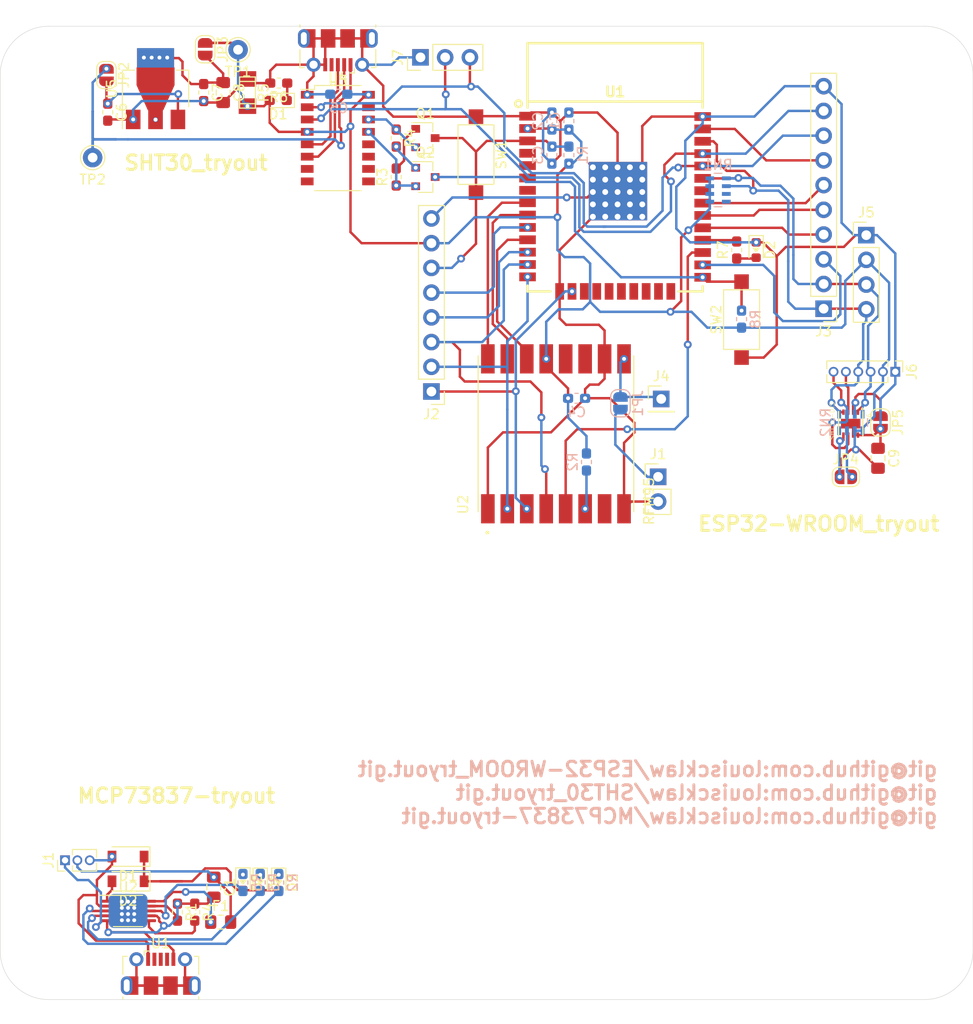
<source format=kicad_pcb>
(kicad_pcb (version 20171130) (host pcbnew 5.1.2-f72e74a~84~ubuntu18.04.1)
  (layers (0 F.Cu signal) (31 B.Cu signal) (34 B.Paste user) (35 F.Paste user) (36 B.SilkS user) (37 F.SilkS user) (38 B.Mask user) (39 F.Mask user) (44 Edge.Cuts user))
  (net 0 "")
  (net 1 +3V3)
  (net 2 GND)
  (net 3 /RESET)
  (net 4 "Net-(C6-Pad1)")
  (net 5 "Net-(C7-Pad1)")
  (net 6 "Net-(D1-Pad1)")
  (net 7 "Net-(D2-Pad2)")
  (net 8 "Net-(J1-Pad1)")
  (net 9 /IO25)
  (net 10 /IO27)
  (net 11 /SCK)
  (net 12 /MISO)
  (net 13 /MOSI)
  (net 14 /TXO)
  (net 15 /RXI)
  (net 16 /IO23)
  (net 17 /IO19)
  (net 18 /IO18)
  (net 19 /IO5)
  (net 20 /IO4)
  (net 21 /SCL)
  (net 22 /SDA)
  (net 23 /ANT)
  (net 24 +5V)
  (net 25 "Net-(Q1-Pad1)")
  (net 26 /auto_reset/RTS)
  (net 27 "Net-(Q2-Pad1)")
  (net 28 /0)
  (net 29 /auto_reset/DTR)
  (net 30 /RFM95HW/RFM_RST)
  (net 31 /IO17)
  (net 32 /RFM_DIO_32)
  (net 33 /RFM_DIO_33)
  (net 34 /RFM_INT_26)
  (net 35 /RFM_CS)
  (net 36 "Net-(U3-Pad3)")
  (net 37 "Net-(U3-Pad2)")
  (net 38 /SHT3X/ALERT)
  (net 39 /SHT3X/NRST)
  (net 40 "Net-(JP4-Pad2)")
  (net 41 /SHT3X/ADDR)
  (net 42 Vout)
  (net 43 "Net-(D3-Pad1)")
  (net 44 "Net-(D4-Pad1)")
  (net 45 "Net-(D5-Pad1)")
  (net 46 "Net-(F1-Pad1)")
  (net 47 "Net-(R1-Pad2)")
  (net 48 "Net-(R2-Pad1)")
  (net 49 "Net-(R3-Pad1)")
  (net 50 "Net-(R4-Pad2)")
  (net 51 "Net-(R5-Pad1)")
  (net 52 "Net-(RN1-Pad4)")
  (net 53 "Net-(RN1-Pad3)")
  (net 54 "Net-(U1-Pad4)")
  (net 55 "Net-(U1-Pad5)")
  (net 56 "Net-(U1-Pad6)")
  (net 57 "Net-(U1-Pad7)")
  (net 58 "Net-(U1-Pad17)")
  (net 59 "Net-(U1-Pad18)")
  (net 60 "Net-(U1-Pad19)")
  (net 61 "Net-(U1-Pad20)")
  (net 62 "Net-(U1-Pad21)")
  (net 63 "Net-(U1-Pad22)")
  (net 64 "Net-(U1-Pad23)")
  (net 65 "Net-(U1-Pad24)")
  (net 66 "Net-(U1-Pad32)")
  (net 67 "Net-(U2-Pad12)")
  (net 68 "Net-(U2-Pad11)")
  (net 69 "Net-(U2-Pad7)")
  (net 70 "Net-(U3-Pad4)")
  (net 71 "Net-(U4-Pad7)")
  (net 72 "Net-(U4-Pad8)")
  (net 73 "Net-(U4-Pad9)")
  (net 74 "Net-(U4-Pad10)")
  (net 75 "Net-(U4-Pad11)")
  (net 76 "Net-(U4-Pad12)")
  (net 77 "Net-(U4-Pad15)")
  (module Connector_PinHeader_2.54mm:PinHeader_1x03_P2.54mm_Vertical (layer F.Cu) (at 63.2 23.2 90)
    (fp_text reference J7 (at 0 -2.33 90) (layer F.SilkS))
    (fp_text value TTL_DEBUG)
    (pad 3 thru_hole oval (at 0 5.08 90) (size 1.7 1.7) (drill 1) (layers *.Cu *.Mask) (net 15 /RXI))
    (pad 2 thru_hole oval (at 0 2.54 90) (size 1.7 1.7) (drill 1) (layers *.Cu *.Mask) (net 14 /TXO))
    (pad 1 thru_hole rect (at 0 0 90) (size 1.7 1.7) (drill 1) (layers *.Cu *.Mask) (net 2 GND))
  )
  (module Capacitor_SMD:C_0805_2012Metric_Pad1.15x1.40mm_HandSolder (layer F.Cu) (at 41.95 108.450001 270)
    (fp_text reference C1 (at 0 -1.65 90) (layer F.SilkS))
    (fp_text value C106,0805)
    (pad 2 smd roundrect (at 1.025 0 270) (size 1.15 1.4) (layers F.Cu F.Paste F.Mask) (roundrect_rratio 0.217391) (net 2 GND))
    (pad 1 smd roundrect (at -1.025 0 270) (size 1.15 1.4) (layers F.Cu F.Paste F.Mask) (roundrect_rratio 0.217391) (net 42 Vout))
  )
  (module Diode_SMD:D_SOD-123 (layer F.Cu) (at 33.138 105.307 180)
    (fp_text reference D1 (at 0 -2) (layer F.SilkS))
    (fp_text value D_1N4148_T4)
    (pad 2 smd rect (at 1.65 0 180) (size 0.9 1.2) (layers F.Cu F.Paste F.Mask) (net 24 +5V))
    (pad 1 smd rect (at -1.65 0 180) (size 0.9 1.2) (layers F.Cu F.Paste F.Mask) (net 6 "Net-(D1-Pad1)"))
  )
  (module Diode_SMD:D_SOD-123 (layer F.Cu) (at 33.138 107.847 180)
    (fp_text reference D2 (at 0 -2) (layer F.SilkS))
    (fp_text value D_1N4148_T4)
    (pad 2 smd rect (at 1.65 0 180) (size 0.9 1.2) (layers F.Cu F.Paste F.Mask) (net 7 "Net-(D2-Pad2)"))
    (pad 1 smd rect (at -1.65 0 180) (size 0.9 1.2) (layers F.Cu F.Paste F.Mask) (net 6 "Net-(D1-Pad1)"))
  )
  (module Connector_PinHeader_1.27mm:PinHeader_1x03_P1.27mm_Vertical (layer F.Cu) (at 26.661 105.688 90)
    (fp_text reference J1 (at 0 -1.695 90) (layer F.SilkS))
    (fp_text value OUT_HEADER)
    (pad 3 thru_hole oval (at 0 2.54 90) (size 1 1) (drill 0.65) (layers *.Cu *.Mask) (net 24 +5V))
    (pad 2 thru_hole oval (at 0 1.27 90) (size 1 1) (drill 0.65) (layers *.Cu *.Mask) (net 42 Vout))
    (pad 1 thru_hole rect (at 0 0 90) (size 1 1) (drill 0.65) (layers *.Cu *.Mask) (net 2 GND))
  )
  (module Resistor_SMD:R_0603_1608Metric_Pad1.05x0.95mm_HandSolder (layer B.Cu) (at 44.949 107.974 90)
    (fp_text reference R5 (at 0 1.43 90) (layer B.SilkS) (effects (justify mirror)))
    (fp_text value R122,0603)
    (pad 2 smd roundrect (at 0.875 0 90) (size 1.05 0.95) (layers B.Cu B.Paste B.Mask) (net 45 "Net-(D5-Pad1)"))
    (pad 1 smd roundrect (at -0.875 0 90) (size 1.05 0.95) (layers B.Cu B.Paste B.Mask) (net 51 "Net-(R5-Pad1)"))
  )
  (module footprint-lib:USB_Micro-B_Molex-105017-0001 (layer F.Cu) (at 36.5 117.325)
    (fp_text reference U1 (at 0 -3.1125) (layer F.SilkS))
    (fp_text value USB_Micro)
    (pad 6 smd rect (at -2.9 1.2375) (size 1.2 1.9) (layers F.Cu F.Mask) (net 2 GND))
    (pad 7 smd rect (at 2.9 1.2375) (size 1.2 1.9) (layers F.Cu F.Mask) (net 2 GND))
    (pad 7 thru_hole oval (at 3.5 1.2375) (size 1.2 1.9) (drill oval 0.6 1.3) (layers *.Cu *.Mask) (net 2 GND))
    (pad 6 thru_hole oval (at -3.5 1.2375 180) (size 1.2 1.9) (drill oval 0.6 1.3) (layers *.Cu *.Mask) (net 2 GND))
    (pad 6 smd rect (at -1 1.2375) (size 1.5 1.9) (layers F.Cu F.Paste F.Mask) (net 2 GND))
    (pad 9 thru_hole circle (at 2.5 -1.4625) (size 1.45 1.45) (drill 0.85) (layers *.Cu *.Mask) (net 2 GND))
    (pad 3 smd rect (at 0 -1.4625) (size 0.4 1.35) (layers F.Cu F.Paste F.Mask))
    (pad 4 smd rect (at 0.65 -1.4625) (size 0.4 1.35) (layers F.Cu F.Paste F.Mask))
    (pad 5 smd rect (at 1.3 -1.4625) (size 0.4 1.35) (layers F.Cu F.Paste F.Mask) (net 2 GND))
    (pad 1 smd rect (at -1.3 -1.4625) (size 0.4 1.35) (layers F.Cu F.Paste F.Mask) (net 24 +5V))
    (pad 2 smd rect (at -0.65 -1.4625) (size 0.4 1.35) (layers F.Cu F.Paste F.Mask))
    (pad 8 thru_hole circle (at -2.5 -1.4625) (size 1.45 1.45) (drill 0.85) (layers *.Cu *.Mask) (net 2 GND))
    (pad 7 smd rect (at 1 1.2375) (size 1.5 1.9) (layers F.Cu F.Paste F.Mask) (net 2 GND))
  )
  (module footprint-lib:MCP73837_MSOP10 (layer F.Cu) (at 33.138 110.895)
    (fp_text reference U2 (at 0 -2.45) (layer F.SilkS))
    (fp_text value MCP73837_MSOP10)
    (pad PAD thru_hole circle (at 0.635 0.9525) (size 0.5 0.5) (drill 0.4) (layers *.Cu))
    (pad PAD thru_hole circle (at 0 0.9525) (size 0.5 0.5) (drill 0.4) (layers *.Cu))
    (pad PAD thru_hole circle (at -0.635 0.9525) (size 0.5 0.5) (drill 0.4) (layers *.Cu))
    (pad PAD thru_hole circle (at 0.635 0.3175) (size 0.5 0.5) (drill 0.4) (layers *.Cu))
    (pad PAD thru_hole circle (at 0 0.3175) (size 0.5 0.5) (drill 0.4) (layers *.Cu))
    (pad PAD thru_hole circle (at -0.635 0.3175) (size 0.5 0.5) (drill 0.4) (layers *.Cu))
    (pad PAD thru_hole circle (at 0.635 -0.3175) (size 0.5 0.5) (drill 0.4) (layers *.Cu))
    (pad PAD thru_hole circle (at 0 -0.3175) (size 0.5 0.5) (drill 0.4) (layers *.Cu))
    (pad PAD thru_hole circle (at -0.635 -0.3175) (size 0.5 0.5) (drill 0.4) (layers *.Cu))
    (pad PAD thru_hole circle (at 0.635 -0.9525) (size 0.5 0.5) (drill 0.4) (layers *.Cu))
    (pad PAD thru_hole circle (at 0 -0.9525) (size 0.5 0.5) (drill 0.4) (layers *.Cu))
    (pad PAD thru_hole circle (at -0.635 -0.9525) (size 0.5 0.5) (drill 0.4) (layers *.Cu))
    (pad PAD smd roundrect (at 0 0) (size 1.8 2.5) (layers F.Cu F.Mask) (roundrect_rratio 0.149))
    (pad PAD smd roundrect (at 0 0) (size 4 3.5) (layers B.Cu) (roundrect_rratio 0.156))
    (pad 1 smd roundrect (at -2.15 -1) (size 1.45 0.3) (layers F.Cu F.Paste F.Mask) (net 7 "Net-(D2-Pad2)"))
    (pad 2 smd roundrect (at -2.15 -0.5) (size 1.45 0.3) (layers F.Cu F.Paste F.Mask) (net 24 +5V))
    (pad 3 smd roundrect (at -2.15 0) (size 1.45 0.3) (layers F.Cu F.Paste F.Mask) (net 48 "Net-(R2-Pad1)"))
    (pad 4 smd roundrect (at -2.15 0.5) (size 1.45 0.3) (layers F.Cu F.Paste F.Mask) (net 49 "Net-(R3-Pad1)"))
    (pad 5 smd roundrect (at -2.15 1) (size 1.45 0.3) (layers F.Cu F.Paste F.Mask) (net 2 GND))
    (pad 6 smd roundrect (at 2.15 1) (size 1.45 0.3) (layers F.Cu F.Paste F.Mask) (net 50 "Net-(R4-Pad2)"))
    (pad 7 smd roundrect (at 2.15 0.5) (size 1.45 0.3) (layers F.Cu F.Paste F.Mask) (net 2 GND))
    (pad 8 smd roundrect (at 2.15 0) (size 1.45 0.3) (layers F.Cu F.Paste F.Mask) (net 51 "Net-(R5-Pad1)"))
    (pad 9 smd roundrect (at 2.15 -0.5) (size 1.45 0.3) (layers F.Cu F.Paste F.Mask) (net 47 "Net-(R1-Pad2)"))
    (pad 10 smd roundrect (at 2.15 -1) (size 1.45 0.3) (layers F.Cu F.Paste F.Mask) (net 46 "Net-(F1-Pad1)"))
  )
  (module footprint-lib:MountingHole_2.7mm_M2.5,rpi_like (layer F.Cu) (at 115 25)
    (fp_text reference H4 hide)
    (fp_text value MOUNT_M2.5)
    (pad "" np_thru_hole circle (at 0 0) (size 2.7 2.7) (drill 2.7) (layers *.Cu *.Mask) (clearance 1.5))
  )
  (module footprint-lib:MountingHole_2.7mm_M2.5,rpi_like (layer F.Cu) (at 115 115)
    (fp_text reference H3 hide)
    (fp_text value MOUNT_M2.5)
    (pad "" np_thru_hole circle (at 0 0) (size 2.7 2.7) (drill 2.7) (layers *.Cu *.Mask) (clearance 1.5))
  )
  (module footprint-lib:MountingHole_2.7mm_M2.5,rpi_like (layer F.Cu) (at 25 115)
    (fp_text reference H2 hide)
    (fp_text value MOUNT_M2.5)
    (pad "" np_thru_hole circle (at 0 0) (size 2.7 2.7) (drill 2.7) (layers *.Cu *.Mask) (clearance 1.5))
  )
  (module footprint-lib:MountingHole_2.7mm_M2.5,rpi_like (layer F.Cu) (at 25 25)
    (fp_text reference H1 hide)
    (fp_text value MOUNT_M2.5)
    (pad "" np_thru_hole circle (at 0 0) (size 2.7 2.7) (drill 2.7) (layers *.Cu *.Mask) (clearance 1.5))
  )
  (module footprint-lib:SHT3x-DIS (layer F.Cu) (at 107.428499 60.827501 270)
    (fp_text reference U6 (at -0.583644 -1.91413 90) (layer F.SilkS) (effects (font (size 0.482349 0.482349) (thickness 0.05))))
    (fp_text value SHT3x-DIS (at -0.27733 1.90426 90) (layer F.SilkS) (effects (font (size 0.482296 0.482296) (thickness 0.05))))
    (pad PAD smd rect (at 0 0 270) (size 1 2) (layers F.Cu F.Paste F.Mask) (net 2 GND))
    (pad 5 smd rect (at 1.175 0.75 270) (size 0.55 0.25) (layers F.Cu F.Paste F.Mask) (net 1 +3V3))
    (pad 6 smd rect (at 1.175 0.25 270) (size 0.55 0.25) (layers F.Cu F.Paste F.Mask) (net 39 /SHT3X/NRST))
    (pad 7 smd rect (at 1.175 -0.25 270) (size 0.55 0.25) (layers F.Cu F.Paste F.Mask) (net 2 GND))
    (pad 8 smd rect (at 1.175 -0.75 270) (size 0.55 0.25) (layers F.Cu F.Paste F.Mask) (net 2 GND))
    (pad 4 smd rect (at -1.175 0.75 270) (size 0.55 0.25) (layers F.Cu F.Paste F.Mask) (net 21 /SCL))
    (pad 3 smd rect (at -1.175 0.25 270) (size 0.55 0.25) (layers F.Cu F.Paste F.Mask) (net 38 /SHT3X/ALERT))
    (pad 2 smd rect (at -1.175 -0.25 270) (size 0.55 0.25) (layers F.Cu F.Paste F.Mask) (net 41 /SHT3X/ADDR))
    (pad 1 smd rect (at -1.175 -0.75 270) (size 0.55 0.25) (layers F.Cu F.Paste F.Mask) (net 22 /SDA))
  )
  (module Resistor_SMD:R_Array_Concave_4x0603 (layer B.Cu) (at 107.442 60.706 270)
    (fp_text reference RN2 (at 0 2.6 90) (layer B.SilkS) (effects (justify mirror)))
    (fp_text value RN_472,0603)
    (pad 5 smd rect (at 0.85 -1.2 270) (size 0.9 0.4) (layers B.Cu B.Paste B.Mask) (net 1 +3V3))
    (pad 6 smd rect (at 0.85 -0.4 270) (size 0.9 0.4) (layers B.Cu B.Paste B.Mask) (net 1 +3V3))
    (pad 7 smd rect (at 0.85 0.4 270) (size 0.9 0.4) (layers B.Cu B.Paste B.Mask) (net 40 "Net-(JP4-Pad2)"))
    (pad 8 smd rect (at 0.85 1.2 270) (size 0.9 0.4) (layers B.Cu B.Paste B.Mask) (net 40 "Net-(JP4-Pad2)"))
    (pad 4 smd rect (at -0.85 -1.2 270) (size 0.9 0.4) (layers B.Cu B.Paste B.Mask) (net 22 /SDA))
    (pad 1 smd rect (at -0.85 1.2 270) (size 0.9 0.4) (layers B.Cu B.Paste B.Mask) (net 21 /SCL))
    (pad 3 smd rect (at -0.85 -0.4 270) (size 0.9 0.4) (layers B.Cu B.Paste B.Mask) (net 41 /SHT3X/ADDR))
    (pad 2 smd rect (at -0.85 0.4 270) (size 0.9 0.4) (layers B.Cu B.Paste B.Mask) (net 39 /SHT3X/NRST))
  )
  (module Jumper:SolderJumper-2_P1.3mm_Open_RoundedPad1.0x1.5mm (layer F.Cu) (at 110.49 60.706001 270)
    (fp_text reference JP5 (at 0 -1.8 90) (layer F.SilkS))
    (fp_text value J_ADDR)
    (pad 2 smd custom (at 0.65 0 270) (size 1 0.5) (layers F.Cu F.Mask) (net 2 GND) (options (clearance outline) (anchor rect)) (primitives (gr_circle (center 0 0.25) (end 0.5 0.25) (width 0)) (gr_circle (center 0 -0.25) (end 0.5 -0.25) (width 0)) (gr_poly (pts (xy 0 -0.75) (xy -0.5 -0.75) (xy -0.5 0.75) (xy 0 0.75)) (width 0))))
    (pad 1 smd custom (at -0.65 0 270) (size 1 0.5) (layers F.Cu F.Mask) (net 41 /SHT3X/ADDR) (options (clearance outline) (anchor rect)) (primitives (gr_circle (center 0 0.25) (end 0.5 0.25) (width 0)) (gr_circle (center 0 -0.25) (end 0.5 -0.25) (width 0)) (gr_poly (pts (xy 0 -0.75) (xy 0.5 -0.75) (xy 0.5 0.75) (xy 0 0.75)) (width 0))))
  )
  (module Jumper:SolderJumper-2_P1.3mm_Open_RoundedPad1.0x1.5mm (layer F.Cu) (at 106.934 66.294)
    (fp_text reference JP4 (at 0 -1.8) (layer F.SilkS))
    (fp_text value SolderJumper_2_Open_round)
    (pad 2 smd custom (at 0.65 0) (size 1 0.5) (layers F.Cu F.Mask) (net 40 "Net-(JP4-Pad2)") (options (clearance outline) (anchor rect)) (primitives (gr_circle (center 0 0.25) (end 0.5 0.25) (width 0)) (gr_circle (center 0 -0.25) (end 0.5 -0.25) (width 0)) (gr_poly (pts (xy 0 -0.75) (xy -0.5 -0.75) (xy -0.5 0.75) (xy 0 0.75)) (width 0))))
    (pad 1 smd custom (at -0.65 0) (size 1 0.5) (layers F.Cu F.Mask) (net 1 +3V3) (options (clearance outline) (anchor rect)) (primitives (gr_circle (center 0 0.25) (end 0.5 0.25) (width 0)) (gr_circle (center 0 -0.25) (end 0.5 -0.25) (width 0)) (gr_poly (pts (xy 0 -0.75) (xy 0.5 -0.75) (xy 0.5 0.75) (xy 0 0.75)) (width 0))))
  )
  (module Connector_PinHeader_1.27mm:PinHeader_1x06_P1.27mm_Vertical (layer F.Cu) (at 112.014 55.499 270)
    (fp_text reference J6 (at 0 -1.695 90) (layer F.SilkS))
    (fp_text value SHT3x_HEADER)
    (pad 6 thru_hole oval (at 0 6.35 270) (size 1 1) (drill 0.65) (layers *.Cu *.Mask) (net 39 /SHT3X/NRST))
    (pad 5 thru_hole oval (at 0 5.08 270) (size 1 1) (drill 0.65) (layers *.Cu *.Mask) (net 38 /SHT3X/ALERT))
    (pad 4 thru_hole oval (at 0 3.81 270) (size 1 1) (drill 0.65) (layers *.Cu *.Mask) (net 21 /SCL))
    (pad 3 thru_hole oval (at 0 2.54 270) (size 1 1) (drill 0.65) (layers *.Cu *.Mask) (net 22 /SDA))
    (pad 2 thru_hole oval (at 0 1.27 270) (size 1 1) (drill 0.65) (layers *.Cu *.Mask) (net 1 +3V3))
    (pad 1 thru_hole rect (at 0 0 270) (size 1 1) (drill 0.65) (layers *.Cu *.Mask) (net 2 GND))
  )
  (module Capacitor_SMD:C_0805_2012Metric_Pad1.15x1.40mm_HandSolder (layer F.Cu) (at 110.236 64.389 270)
    (fp_text reference C9 (at 0 -1.65 90) (layer F.SilkS))
    (fp_text value C104,0805)
    (pad 2 smd roundrect (at 1.025 0 270) (size 1.15 1.4) (layers F.Cu F.Paste F.Mask) (roundrect_rratio 0.217391) (net 1 +3V3))
    (pad 1 smd roundrect (at -1.025 0 270) (size 1.15 1.4) (layers F.Cu F.Paste F.Mask) (roundrect_rratio 0.217391) (net 2 GND))
  )
  (module footprint-lib:AMS1117_SOT-223 (layer F.Cu) (at 35.9658 26.425001 90)
    (fp_text reference U5 (at 0 -4.5 90) (layer F.SilkS))
    (fp_text value AMS1117-3.3)
    (fp_poly (pts (xy 2.159 -1.905) (xy 0.381 -1.905) (xy -2.159 -0.762) (xy -2.159 0.762) (xy 0.381 1.905) (xy 2.159 1.905)) (layer F.Cu) (width 0.1))
    (pad 2 smd rect (at 3.175 0 90) (size 2 3.8) (layers B.Cu) (net 5 "Net-(C7-Pad1)"))
    (pad 2 thru_hole circle (at -3.175 0 90) (size 0.5 0.5) (drill 0.4) (layers *.Cu) (net 5 "Net-(C7-Pad1)"))
    (pad 2 thru_hole circle (at 3.2 -0.4 90) (size 0.5 0.5) (drill 0.4) (layers *.Cu) (net 5 "Net-(C7-Pad1)"))
    (pad 2 thru_hole circle (at 3.2 1.2 90) (size 0.5 0.5) (drill 0.4) (layers *.Cu) (net 5 "Net-(C7-Pad1)"))
    (pad 2 thru_hole circle (at 3.2 -1.2 90) (size 0.5 0.5) (drill 0.4) (layers *.Cu) (net 5 "Net-(C7-Pad1)"))
    (pad 2 thru_hole circle (at 3.2 0.4 90) (size 0.5 0.5) (drill 0.4) (layers *.Cu) (net 5 "Net-(C7-Pad1)"))
    (pad 1 smd rect (at -3.15 -2.3 90) (size 2 1.5) (layers F.Cu F.Paste F.Mask) (net 2 GND))
    (pad 3 smd rect (at -3.15 2.3 90) (size 2 1.5) (layers F.Cu F.Paste F.Mask) (net 4 "Net-(C6-Pad1)"))
    (pad 2 smd rect (at -3.15 0 90) (size 2 1.5) (layers F.Cu F.Paste F.Mask) (net 5 "Net-(C7-Pad1)"))
    (pad 2 smd rect (at 3.15 0 90) (size 2 3.8) (layers F.Cu F.Paste F.Mask) (net 5 "Net-(C7-Pad1)"))
  )
  (module Capacitor_SMD:C_0805_2012Metric_Pad1.15x1.40mm_HandSolder (layer F.Cu) (at 42.9158 26.815 270)
    (fp_text reference C8 (at 0 -1.65 90) (layer F.SilkS))
    (fp_text value C106,0805)
    (pad 2 smd roundrect (at 1.025 0 270) (size 1.15 1.4) (layers F.Cu F.Paste F.Mask) (roundrect_rratio 0.217391) (net 2 GND))
    (pad 1 smd roundrect (at -1.025 0 270) (size 1.15 1.4) (layers F.Cu F.Paste F.Mask) (roundrect_rratio 0.217391) (net 5 "Net-(C7-Pad1)"))
  )
  (module footprint-lib:MBT3904_1AM_SOT (layer F.Cu) (at 63.708 35.492)
    (fp_text reference Q2 (at 0 -2.5) (layer F.SilkS))
    (fp_text value "2N3904(1AM)")
    (pad 1 smd rect (at -1 -0.95) (size 0.9 0.8) (layers F.Cu F.Paste F.Mask) (net 27 "Net-(Q2-Pad1)"))
    (pad 2 smd rect (at -1 0.95) (size 0.9 0.8) (layers F.Cu F.Paste F.Mask) (net 29 /auto_reset/DTR))
    (pad 3 smd rect (at 1 0) (size 0.9 0.8) (layers F.Cu F.Paste F.Mask) (net 28 /0))
  )
  (module footprint-lib:MBT3904_1AM_SOT (layer F.Cu) (at 63.708 31.492)
    (fp_text reference Q1 (at 0 -2.5) (layer F.SilkS))
    (fp_text value "2N3904(1AM)")
    (pad 1 smd rect (at -1 -0.95) (size 0.9 0.8) (layers F.Cu F.Paste F.Mask) (net 25 "Net-(Q1-Pad1)"))
    (pad 2 smd rect (at -1 0.95) (size 0.9 0.8) (layers F.Cu F.Paste F.Mask) (net 26 /auto_reset/RTS))
    (pad 3 smd rect (at 1 0) (size 0.9 0.8) (layers F.Cu F.Paste F.Mask) (net 3 /RESET))
  )
  (module footprint-lib:ESP-WROOM-32NARROW (layer F.Cu) (at 83.208 34.492)
    (fp_text reference U1 (at 0 -7.75) (layer F.SilkS) (effects (font (size 1.016 1.016) (thickness 0.254))))
    (fp_text value ESP-WROOM-32NARROW)
    (pad 39 thru_hole circle (at 2.794 5.08) (size 0.7 0.7) (drill 0.6) (layers *.Cu F.Mask) (net 2 GND))
    (pad 39 thru_hole circle (at 1.524 5.08) (size 0.7 0.7) (drill 0.6) (layers *.Cu F.Mask) (net 2 GND))
    (pad 39 thru_hole circle (at 0.254 5.08) (size 0.7 0.7) (drill 0.6) (layers *.Cu F.Mask) (net 2 GND))
    (pad 39 thru_hole circle (at -1.016 5.08) (size 0.7 0.7) (drill 0.6) (layers *.Cu F.Mask) (net 2 GND))
    (pad 39 thru_hole circle (at -2.286 5.08) (size 0.7 0.7) (drill 0.6) (layers *.Cu F.Mask) (net 2 GND))
    (pad 39 thru_hole circle (at 2.794 3.81) (size 0.7 0.7) (drill 0.6) (layers *.Cu F.Mask) (net 2 GND))
    (pad 39 thru_hole circle (at 1.524 3.81) (size 0.7 0.7) (drill 0.6) (layers *.Cu F.Mask) (net 2 GND))
    (pad 39 thru_hole circle (at 0.254 3.81) (size 0.7 0.7) (drill 0.6) (layers *.Cu F.Mask) (net 2 GND))
    (pad 39 thru_hole circle (at -1.016 3.81) (size 0.7 0.7) (drill 0.6) (layers *.Cu F.Mask) (net 2 GND))
    (pad 39 thru_hole circle (at -2.286 3.81) (size 0.7 0.7) (drill 0.6) (layers *.Cu F.Mask) (net 2 GND))
    (pad 39 thru_hole circle (at 2.794 2.54) (size 0.7 0.7) (drill 0.6) (layers *.Cu F.Mask) (net 2 GND))
    (pad 39 thru_hole circle (at 1.524 2.54) (size 0.7 0.7) (drill 0.6) (layers *.Cu F.Mask) (net 2 GND))
    (pad 39 thru_hole circle (at 0.254 2.54) (size 0.7 0.7) (drill 0.6) (layers *.Cu F.Mask) (net 2 GND))
    (pad 39 thru_hole circle (at -1.016 2.54) (size 0.7 0.7) (drill 0.6) (layers *.Cu F.Mask) (net 2 GND))
    (pad 39 thru_hole circle (at -2.286 2.54) (size 0.7 0.7) (drill 0.6) (layers *.Cu F.Mask) (net 2 GND))
    (pad 39 thru_hole circle (at 2.794 1.27) (size 0.7 0.7) (drill 0.6) (layers *.Cu F.Mask) (net 2 GND))
    (pad 39 thru_hole circle (at 1.524 1.27) (size 0.7 0.7) (drill 0.6) (layers *.Cu F.Mask) (net 2 GND))
    (pad 39 thru_hole circle (at 0.254 1.27) (size 0.7 0.7) (drill 0.6) (layers *.Cu F.Mask) (net 2 GND))
    (pad 39 thru_hole circle (at -1.016 1.27) (size 0.7 0.7) (drill 0.6) (layers *.Cu F.Mask) (net 2 GND))
    (pad 39 thru_hole circle (at -2.286 1.27) (size 0.7 0.7) (drill 0.6) (layers *.Cu F.Mask) (net 2 GND))
    (pad 39 thru_hole circle (at 2.794 0) (size 0.7 0.7) (drill 0.6) (layers *.Cu F.Mask) (net 2 GND))
    (pad 39 thru_hole circle (at 1.524 0) (size 0.7 0.7) (drill 0.6) (layers *.Cu F.Mask) (net 2 GND))
    (pad 39 thru_hole circle (at 0.254 0) (size 0.7 0.7) (drill 0.6) (layers *.Cu F.Mask) (net 2 GND))
    (pad 39 thru_hole circle (at -1.016 0) (size 0.7 0.7) (drill 0.6) (layers *.Cu F.Mask) (net 2 GND))
    (pad 39 thru_hole circle (at -2.286 0) (size 0.7 0.7) (drill 0.6) (layers *.Cu F.Mask) (net 2 GND))
    (pad 1 smd rect (at -9 -5.25) (size 1.7 0.9) (layers F.Cu F.Paste F.Mask) (net 2 GND))
    (pad 2 smd rect (at -9 -3.98) (size 1.7 0.9) (layers F.Cu F.Paste F.Mask) (net 1 +3V3))
    (pad 3 smd rect (at -9 -2.71) (size 1.7 0.9) (layers F.Cu F.Paste F.Mask) (net 3 /RESET))
    (pad 4 smd rect (at -9 -1.44) (size 1.7 0.9) (layers F.Cu F.Paste F.Mask) (net 54 "Net-(U1-Pad4)"))
    (pad 5 smd rect (at -9 -0.17) (size 1.7 0.9) (layers F.Cu F.Paste F.Mask) (net 55 "Net-(U1-Pad5)"))
    (pad 6 smd rect (at -9 1.1) (size 1.7 0.9) (layers F.Cu F.Paste F.Mask) (net 56 "Net-(U1-Pad6)"))
    (pad 7 smd rect (at -9 2.37) (size 1.7 0.9) (layers F.Cu F.Paste F.Mask) (net 57 "Net-(U1-Pad7)"))
    (pad 8 smd rect (at -9 3.64) (size 1.7 0.9) (layers F.Cu F.Paste F.Mask) (net 32 /RFM_DIO_32))
    (pad 9 smd rect (at -9 4.91) (size 1.7 0.9) (layers F.Cu F.Paste F.Mask) (net 33 /RFM_DIO_33))
    (pad 10 smd rect (at -9 6.18) (size 1.7 0.9) (layers F.Cu F.Paste F.Mask) (net 9 /IO25))
    (pad 11 smd rect (at -9 7.45) (size 1.7 0.9) (layers F.Cu F.Paste F.Mask) (net 34 /RFM_INT_26))
    (pad 12 smd rect (at -9 8.72) (size 1.7 0.9) (layers F.Cu F.Paste F.Mask) (net 10 /IO27))
    (pad 13 smd rect (at -9 9.99) (size 1.7 0.9) (layers F.Cu F.Paste F.Mask) (net 11 /SCK))
    (pad 14 smd rect (at -9 11.26) (size 1.7 0.9) (layers F.Cu F.Paste F.Mask) (net 12 /MISO))
    (pad 15 smd rect (at -5.7 12.75) (size 0.9 1.7) (layers F.Cu F.Paste F.Mask) (net 2 GND))
    (pad 16 smd rect (at -4.43 12.75) (size 0.9 1.7) (layers F.Cu F.Paste F.Mask) (net 13 /MOSI))
    (pad 17 smd rect (at -3.16 12.75) (size 0.9 1.7) (layers F.Cu F.Paste F.Mask) (net 58 "Net-(U1-Pad17)"))
    (pad 18 smd rect (at -1.89 12.75) (size 0.9 1.7) (layers F.Cu F.Paste F.Mask) (net 59 "Net-(U1-Pad18)"))
    (pad 19 smd rect (at -0.62 12.75) (size 0.9 1.7) (layers F.Cu F.Paste F.Mask) (net 60 "Net-(U1-Pad19)"))
    (pad 20 smd rect (at 0.65 12.75) (size 0.9 1.7) (layers F.Cu F.Paste F.Mask) (net 61 "Net-(U1-Pad20)"))
    (pad 21 smd rect (at 1.92 12.75) (size 0.9 1.7) (layers F.Cu F.Paste F.Mask) (net 62 "Net-(U1-Pad21)"))
    (pad 22 smd rect (at 3.19 12.75) (size 0.9 1.7) (layers F.Cu F.Paste F.Mask) (net 63 "Net-(U1-Pad22)"))
    (pad 23 smd rect (at 4.46 12.75) (size 0.9 1.7) (layers F.Cu F.Paste F.Mask) (net 64 "Net-(U1-Pad23)"))
    (pad 24 smd rect (at 5.73 12.75) (size 0.9 1.7) (layers F.Cu F.Paste F.Mask) (net 65 "Net-(U1-Pad24)"))
    (pad 25 smd rect (at 9 11.3) (size 1.7 0.9) (layers F.Cu F.Paste F.Mask) (net 28 /0))
    (pad 26 smd rect (at 9 10.03) (size 1.7 0.9) (layers F.Cu F.Paste F.Mask) (net 20 /IO4))
    (pad 27 smd rect (at 9 8.76) (size 1.7 0.9) (layers F.Cu F.Paste F.Mask) (net 35 /RFM_CS))
    (pad 28 smd rect (at 9 7.49) (size 1.7 0.9) (layers F.Cu F.Paste F.Mask) (net 31 /IO17))
    (pad 29 smd rect (at 9 6.22) (size 1.7 0.9) (layers F.Cu F.Paste F.Mask) (net 19 /IO5))
    (pad 30 smd rect (at 9 4.95) (size 1.7 0.9) (layers F.Cu F.Paste F.Mask) (net 18 /IO18))
    (pad 31 smd rect (at 9 3.68) (size 1.7 0.9) (layers F.Cu F.Paste F.Mask) (net 17 /IO19))
    (pad 32 smd rect (at 9 2.41) (size 1.7 0.9) (layers F.Cu F.Paste F.Mask) (net 66 "Net-(U1-Pad32)"))
    (pad 33 smd rect (at 9 1.14) (size 1.7 0.9) (layers F.Cu F.Paste F.Mask) (net 22 /SDA))
    (pad 34 smd rect (at 9 -0.13) (size 1.7 0.9) (layers F.Cu F.Paste F.Mask) (net 15 /RXI))
    (pad 35 smd rect (at 9 -1.4) (size 1.7 0.9) (layers F.Cu F.Paste F.Mask) (net 14 /TXO))
    (pad 36 smd rect (at 9 -2.67) (size 1.7 0.9) (layers F.Cu F.Paste F.Mask) (net 21 /SCL))
    (pad 37 smd rect (at 9 -3.94) (size 1.7 0.9) (layers F.Cu F.Paste F.Mask) (net 16 /IO23))
    (pad 38 smd rect (at 9 -5.21) (size 1.7 0.9) (layers F.Cu F.Paste F.Mask) (net 2 GND))
    (pad 39 smd rect (at 0.3 2.45) (size 6 6) (layers F.Cu F.Mask) (net 2 GND))
    (pad 39 smd rect (at 0.3 2.45) (size 6 6) (layers B.Cu) (net 2 GND))
  )
  (module footprint-lib:CH340C (layer F.Cu) (at 54.708 31.492)
    (fp_text reference U4 (at 0 -6.2) (layer F.SilkS))
    (fp_text value CH340C)
    (pad 1 smd rect (at -3.15 -4.45) (size 1.3 0.8) (layers F.Cu F.Paste F.Mask) (net 2 GND))
    (pad 2 smd rect (at -3.15 -3.17) (size 1.3 0.8) (layers F.Cu F.Paste F.Mask) (net 15 /RXI))
    (pad 3 smd rect (at -3.15 -1.91) (size 1.3 0.8) (layers F.Cu F.Paste F.Mask) (net 14 /TXO))
    (pad 4 smd rect (at -3.15 -0.64) (size 1.3 0.8) (layers F.Cu F.Paste F.Mask) (net 1 +3V3))
    (pad 5 smd rect (at -3.15 0.64) (size 1.3 0.8) (layers F.Cu F.Paste F.Mask) (net 36 "Net-(U3-Pad3)"))
    (pad 6 smd rect (at -3.15 1.91) (size 1.3 0.8) (layers F.Cu F.Paste F.Mask) (net 37 "Net-(U3-Pad2)"))
    (pad 7 smd rect (at -3.15 3.17) (size 1.3 0.8) (layers F.Cu F.Paste F.Mask) (net 71 "Net-(U4-Pad7)"))
    (pad 8 smd rect (at -3.15 4.45) (size 1.3 0.8) (layers F.Cu F.Paste F.Mask) (net 72 "Net-(U4-Pad8)"))
    (pad 9 smd rect (at 3.15 4.45) (size 1.3 0.8) (layers F.Cu F.Paste F.Mask) (net 73 "Net-(U4-Pad9)"))
    (pad 10 smd rect (at 3.15 3.17) (size 1.3 0.8) (layers F.Cu F.Paste F.Mask) (net 74 "Net-(U4-Pad10)"))
    (pad 11 smd rect (at 3.15 1.91) (size 1.3 0.8) (layers F.Cu F.Paste F.Mask) (net 75 "Net-(U4-Pad11)"))
    (pad 12 smd rect (at 3.15 0.64) (size 1.3 0.8) (layers F.Cu F.Paste F.Mask) (net 76 "Net-(U4-Pad12)"))
    (pad 13 smd rect (at 3.15 -0.64) (size 1.3 0.8) (layers F.Cu F.Paste F.Mask) (net 29 /auto_reset/DTR))
    (pad 14 smd rect (at 3.15 -1.91) (size 1.3 0.8) (layers F.Cu F.Paste F.Mask) (net 26 /auto_reset/RTS))
    (pad 15 smd rect (at 3.15 -3.17) (size 1.3 0.8) (layers F.Cu F.Paste F.Mask) (net 77 "Net-(U4-Pad15)"))
    (pad 16 smd rect (at 3.15 -4.45) (size 1.3 0.8) (layers F.Cu F.Paste F.Mask) (net 1 +3V3))
  )
  (module footprint-lib:USB_Micro-B_Molex-105017-0001 (layer F.Cu) (at 54.708 22.492 180)
    (fp_text reference U3 (at 0 -3.1125) (layer F.SilkS))
    (fp_text value USB_Micro)
    (pad 6 smd rect (at -2.9 1.2375 180) (size 1.2 1.9) (layers F.Cu F.Mask) (net 2 GND))
    (pad 7 smd rect (at 2.9 1.2375 180) (size 1.2 1.9) (layers F.Cu F.Mask) (net 2 GND))
    (pad 7 thru_hole oval (at 3.5 1.2375 180) (size 1.2 1.9) (drill oval 0.6 1.3) (layers *.Cu *.Mask) (net 2 GND))
    (pad 6 thru_hole oval (at -3.5 1.2375) (size 1.2 1.9) (drill oval 0.6 1.3) (layers *.Cu *.Mask) (net 2 GND))
    (pad 6 smd rect (at -1 1.2375 180) (size 1.5 1.9) (layers F.Cu F.Paste F.Mask) (net 2 GND))
    (pad 9 thru_hole circle (at 2.5 -1.4625 180) (size 1.45 1.45) (drill 0.85) (layers *.Cu *.Mask) (net 2 GND))
    (pad 3 smd rect (at 0 -1.4625 180) (size 0.4 1.35) (layers F.Cu F.Paste F.Mask) (net 36 "Net-(U3-Pad3)"))
    (pad 4 smd rect (at 0.65 -1.4625 180) (size 0.4 1.35) (layers F.Cu F.Paste F.Mask) (net 70 "Net-(U3-Pad4)"))
    (pad 5 smd rect (at 1.3 -1.4625 180) (size 0.4 1.35) (layers F.Cu F.Paste F.Mask) (net 2 GND))
    (pad 1 smd rect (at -1.3 -1.4625 180) (size 0.4 1.35) (layers F.Cu F.Paste F.Mask) (net 24 +5V))
    (pad 2 smd rect (at -0.65 -1.4625 180) (size 0.4 1.35) (layers F.Cu F.Paste F.Mask) (net 37 "Net-(U3-Pad2)"))
    (pad 8 thru_hole circle (at -2.5 -1.4625 180) (size 1.45 1.45) (drill 0.85) (layers *.Cu *.Mask) (net 2 GND))
    (pad 7 smd rect (at 1 1.2375 180) (size 1.5 1.9) (layers F.Cu F.Paste F.Mask) (net 2 GND))
  )
  (module footprint-lib:RFM95 (layer F.Cu) (at 77.1271 61.8744 90)
    (fp_text reference U2 (at -7.26579 -9.54026 90) (layer F.SilkS))
    (fp_text value RFM95 (at -6.9283 9.5683 90) (layer F.SilkS))
    (pad 16 smd rect (at 7.7 -7 90) (size 3 1.4) (layers F.Cu F.Paste F.Mask) (net 32 /RFM_DIO_32))
    (pad 15 smd rect (at 7.7 -5 90) (size 3 1.4) (layers F.Cu F.Paste F.Mask) (net 33 /RFM_DIO_33))
    (pad 14 smd rect (at 7.7 -3 90) (size 3 1.4) (layers F.Cu F.Paste F.Mask) (net 34 /RFM_INT_26))
    (pad 13 smd rect (at 7.7 -1 90) (size 3 1.4) (layers F.Cu F.Paste F.Mask) (net 1 +3V3))
    (pad 12 smd rect (at 7.7 1 90) (size 3 1.4) (layers F.Cu F.Paste F.Mask) (net 67 "Net-(U2-Pad12)"))
    (pad 11 smd rect (at 7.7 3 90) (size 3 1.4) (layers F.Cu F.Paste F.Mask) (net 68 "Net-(U2-Pad11)"))
    (pad 10 smd rect (at 7.7 5 90) (size 3 1.4) (layers F.Cu F.Paste F.Mask) (net 2 GND))
    (pad 9 smd rect (at 7.7 7 90) (size 3 1.4) (layers F.Cu F.Paste F.Mask) (net 23 /ANT))
    (pad 8 smd rect (at -7.7 7 90) (size 3 1.4) (layers F.Cu F.Paste F.Mask) (net 2 GND))
    (pad 7 smd rect (at -7.7 5 90) (size 3 1.4) (layers F.Cu F.Paste F.Mask) (net 69 "Net-(U2-Pad7)"))
    (pad 6 smd rect (at -7.7 3 90) (size 3 1.4) (layers F.Cu F.Paste F.Mask) (net 30 /RFM95HW/RFM_RST))
    (pad 5 smd rect (at -7.7 1 90) (size 3 1.4) (layers F.Cu F.Paste F.Mask) (net 35 /RFM_CS))
    (pad 4 smd rect (at -7.7 -1 90) (size 3 1.4) (layers F.Cu F.Paste F.Mask) (net 11 /SCK))
    (pad 3 smd rect (at -7.7 -3 90) (size 3 1.4) (layers F.Cu F.Paste F.Mask) (net 13 /MOSI))
    (pad 2 smd rect (at -7.7 -5 90) (size 3 1.4) (layers F.Cu F.Paste F.Mask) (net 12 /MISO))
    (pad 1 smd rect (at -7.7 -7 90) (size 3 1.4) (layers F.Cu F.Paste F.Mask) (net 2 GND))
  )
  (module Connector_Pin:Pin_D1.0mm_L10.0mm (layer F.Cu) (at 29.5 33.5)
    (fp_text reference TP2 (at 0 2.25) (layer F.SilkS))
    (fp_text value TP_5V)
    (pad 1 thru_hole circle (at 0 0) (size 2 2) (drill 1) (layers *.Cu *.Mask) (net 24 +5V))
  )
  (module Connector_Pin:Pin_D1.0mm_L10.0mm (layer F.Cu) (at 44.45 22.4155)
    (fp_text reference TP1 (at 0 2.25) (layer F.SilkS))
    (fp_text value TP_3V3)
    (pad 1 thru_hole circle (at 0 0) (size 2 2) (drill 1) (layers *.Cu *.Mask) (net 1 +3V3))
  )
  (module footprint-lib:SW_SPST_CK_RS282G05A3 (layer F.Cu) (at 96.208 50.142 90)
    (fp_text reference SW2 (at 0 -2.6 90) (layer F.SilkS))
    (fp_text value SW_RESET,2_leg,SMD)
    (pad 2 smd rect (at 3.9 0 90) (size 1.5 1.5) (layers F.Cu F.Paste F.Mask) (net 28 /0))
    (pad 1 smd rect (at -3.9 0 90) (size 1.5 1.5) (layers F.Cu F.Paste F.Mask) (net 2 GND))
  )
  (module footprint-lib:SW_SPST_CK_RS282G05A3 (layer F.Cu) (at 68.908 33.192 270)
    (fp_text reference SW1 (at 0 -2.6 90) (layer F.SilkS))
    (fp_text value SW_RESET,2_leg,SMD)
    (pad 2 smd rect (at 3.9 0 270) (size 1.5 1.5) (layers F.Cu F.Paste F.Mask) (net 3 /RESET))
    (pad 1 smd rect (at -3.9 0 270) (size 1.5 1.5) (layers F.Cu F.Paste F.Mask) (net 2 GND))
  )
  (module Resistor_SMD:R_Array_Concave_4x0603 (layer B.Cu) (at 93.7895 36.83 180)
    (fp_text reference RN1 (at 0 2.6) (layer B.SilkS) (effects (justify mirror)))
    (fp_text value RN_473,0603)
    (pad 5 smd rect (at 0.85 -1.2 180) (size 0.9 0.4) (layers B.Cu B.Paste B.Mask) (net 1 +3V3))
    (pad 6 smd rect (at 0.85 -0.4 180) (size 0.9 0.4) (layers B.Cu B.Paste B.Mask) (net 1 +3V3))
    (pad 7 smd rect (at 0.85 0.4 180) (size 0.9 0.4) (layers B.Cu B.Paste B.Mask) (net 1 +3V3))
    (pad 8 smd rect (at 0.85 1.2 180) (size 0.9 0.4) (layers B.Cu B.Paste B.Mask) (net 1 +3V3))
    (pad 4 smd rect (at -0.85 -1.2 180) (size 0.9 0.4) (layers B.Cu B.Paste B.Mask) (net 52 "Net-(RN1-Pad4)"))
    (pad 1 smd rect (at -0.85 1.2 180) (size 0.9 0.4) (layers B.Cu B.Paste B.Mask) (net 22 /SDA))
    (pad 3 smd rect (at -0.85 -0.4 180) (size 0.9 0.4) (layers B.Cu B.Paste B.Mask) (net 53 "Net-(RN1-Pad3)"))
    (pad 2 smd rect (at -0.85 0.4 180) (size 0.9 0.4) (layers B.Cu B.Paste B.Mask) (net 21 /SCL))
  )
  (module Resistor_SMD:R_0603_1608Metric_Pad1.05x0.95mm_HandSolder (layer B.Cu) (at 96.208 50.092 90)
    (fp_text reference R8 (at 0 1.43 90) (layer B.SilkS) (effects (justify mirror)))
    (fp_text value R103,0603)
    (pad 2 smd roundrect (at 0.875 0 90) (size 1.05 0.95) (layers B.Cu B.Paste B.Mask) (net 28 /0))
    (pad 1 smd roundrect (at -0.875 0 90) (size 1.05 0.95) (layers B.Cu B.Paste B.Mask) (net 1 +3V3))
  )
  (module Resistor_SMD:R_0603_1608Metric_Pad1.05x0.95mm_HandSolder (layer F.Cu) (at 95.708 42.992 90)
    (fp_text reference R7 (at 0 -1.43 90) (layer F.SilkS))
    (fp_text value R103,0603)
    (pad 2 smd roundrect (at 0.875 0 90) (size 1.05 0.95) (layers F.Cu F.Paste F.Mask) (net 31 /IO17))
    (pad 1 smd roundrect (at -0.875 0 90) (size 1.05 0.95) (layers F.Cu F.Paste F.Mask) (net 7 "Net-(D2-Pad2)"))
  )
  (module Resistor_SMD:R_0603_1608Metric_Pad1.05x0.95mm_HandSolder (layer F.Cu) (at 48.6283 25.8445 180)
    (fp_text reference R6 (at 0 -1.43) (layer F.SilkS))
    (fp_text value R102,0603)
    (pad 2 smd roundrect (at 0.875 0 180) (size 1.05 0.95) (layers F.Cu F.Paste F.Mask) (net 2 GND))
    (pad 1 smd roundrect (at -0.875 0 180) (size 1.05 0.95) (layers F.Cu F.Paste F.Mask) (net 6 "Net-(D1-Pad1)"))
  )
  (module footprint-lib:VAR_1206 (layer F.Cu) (at 45.4158 26.815 270)
    (fp_text reference R5 (at 0.0254 -1.651 90) (layer F.SilkS))
    (fp_text value VAR_3V3,1206 hide)
    (pad 1 smd rect (at 1.397 0 270) (size 1.6002 1.8034) (layers F.Cu F.Paste F.Mask) (net 1 +3V3))
    (pad 2 smd rect (at -1.397 0 270) (size 1.6002 1.8034) (layers F.Cu F.Paste F.Mask) (net 2 GND))
  )
  (module Resistor_SMD:R_0603_1608Metric_Pad1.05x0.95mm_HandSolder (layer F.Cu) (at 60.708 31.492 270)
    (fp_text reference R4 (at 0 -1.43 90) (layer F.SilkS))
    (fp_text value R103,0603)
    (pad 2 smd roundrect (at 0.875 0 270) (size 1.05 0.95) (layers F.Cu F.Paste F.Mask) (net 27 "Net-(Q2-Pad1)"))
    (pad 1 smd roundrect (at -0.875 0 270) (size 1.05 0.95) (layers F.Cu F.Paste F.Mask) (net 26 /auto_reset/RTS))
  )
  (module Resistor_SMD:R_0603_1608Metric_Pad1.05x0.95mm_HandSolder (layer F.Cu) (at 60.708 35.492 90)
    (fp_text reference R3 (at 0 -1.43 90) (layer F.SilkS))
    (fp_text value R103,0603)
    (pad 2 smd roundrect (at 0.875 0 90) (size 1.05 0.95) (layers F.Cu F.Paste F.Mask) (net 25 "Net-(Q1-Pad1)"))
    (pad 1 smd roundrect (at -0.875 0 90) (size 1.05 0.95) (layers F.Cu F.Paste F.Mask) (net 29 /auto_reset/DTR))
  )
  (module Resistor_SMD:R_0603_1608Metric_Pad1.05x0.95mm_HandSolder (layer B.Cu) (at 80.264 64.77 270)
    (fp_text reference R2 (at 0 1.43 270) (layer B.SilkS) (effects (justify mirror)))
    (fp_text value R103,0603)
    (pad 2 smd roundrect (at 0.875 0 270) (size 1.05 0.95) (layers B.Cu B.Paste B.Mask) (net 30 /RFM95HW/RFM_RST))
    (pad 1 smd roundrect (at -0.875 0 270) (size 1.05 0.95) (layers B.Cu B.Paste B.Mask) (net 1 +3V3))
  )
  (module Resistor_SMD:R_0603_1608Metric_Pad1.05x0.95mm_HandSolder (layer B.Cu) (at 78.458 33.242 90)
    (fp_text reference R1 (at 0 1.43 270) (layer B.SilkS) (effects (justify mirror)))
    (fp_text value R103,0603)
    (pad 2 smd roundrect (at 0.875 0 90) (size 1.05 0.95) (layers B.Cu B.Paste B.Mask) (net 3 /RESET))
    (pad 1 smd roundrect (at -0.875 0 90) (size 1.05 0.95) (layers B.Cu B.Paste B.Mask) (net 1 +3V3))
  )
  (module Jumper:SolderJumper-2_P1.3mm_Open_RoundedPad1.0x1.5mm (layer F.Cu) (at 41.0718 22.367 270)
    (fp_text reference JP3 (at 0 -1.8 90) (layer F.SilkS))
    (fp_text value 3V3_EN)
    (pad 2 smd custom (at 0.65 0 270) (size 1 0.5) (layers F.Cu F.Mask) (net 5 "Net-(C7-Pad1)") (options (clearance outline) (anchor rect)) (primitives (gr_circle (center 0 0.25) (end 0.5 0.25) (width 0)) (gr_circle (center 0 -0.25) (end 0.5 -0.25) (width 0)) (gr_poly (pts (xy 0 -0.75) (xy -0.5 -0.75) (xy -0.5 0.75) (xy 0 0.75)) (width 0))))
    (pad 1 smd custom (at -0.65 0 270) (size 1 0.5) (layers F.Cu F.Mask) (net 1 +3V3) (options (clearance outline) (anchor rect)) (primitives (gr_circle (center 0 0.25) (end 0.5 0.25) (width 0)) (gr_circle (center 0 -0.25) (end 0.5 -0.25) (width 0)) (gr_poly (pts (xy 0 -0.75) (xy 0.5 -0.75) (xy 0.5 0.75) (xy 0 0.75)) (width 0))))
  )
  (module Jumper:SolderJumper-2_P1.3mm_Open_RoundedPad1.0x1.5mm (layer F.Cu) (at 30.9158 25.019 270)
    (fp_text reference JP2 (at 0 -1.8 90) (layer F.SilkS))
    (fp_text value 5V_EN)
    (pad 2 smd custom (at 0.65 0 270) (size 1 0.5) (layers F.Cu F.Mask) (net 4 "Net-(C6-Pad1)") (options (clearance outline) (anchor rect)) (primitives (gr_circle (center 0 0.25) (end 0.5 0.25) (width 0)) (gr_circle (center 0 -0.25) (end 0.5 -0.25) (width 0)) (gr_poly (pts (xy 0 -0.75) (xy -0.5 -0.75) (xy -0.5 0.75) (xy 0 0.75)) (width 0))))
    (pad 1 smd custom (at -0.65 0 270) (size 1 0.5) (layers F.Cu F.Mask) (net 24 +5V) (options (clearance outline) (anchor rect)) (primitives (gr_circle (center 0 0.25) (end 0.5 0.25) (width 0)) (gr_circle (center 0 -0.25) (end 0.5 -0.25) (width 0)) (gr_poly (pts (xy 0 -0.75) (xy 0.5 -0.75) (xy 0.5 0.75) (xy 0 0.75)) (width 0))))
  )
  (module Jumper:SolderJumper-2_P1.3mm_Open_RoundedPad1.0x1.5mm (layer B.Cu) (at 83.7565 58.7375 90)
    (fp_text reference JP1 (at 0 1.8 90) (layer B.SilkS) (effects (justify mirror)))
    (fp_text value ANT_EN)
    (pad 2 smd custom (at 0.65 0 90) (size 1 0.5) (layers B.Cu B.Mask) (net 23 /ANT) (options (clearance outline) (anchor rect)) (primitives (gr_circle (center 0 -0.25) (end 0.5 -0.25) (width 0)) (gr_circle (center 0 0.25) (end 0.5 0.25) (width 0)) (gr_poly (pts (xy 0 0.75) (xy -0.5 0.75) (xy -0.5 -0.75) (xy 0 -0.75)) (width 0))))
    (pad 1 smd custom (at -0.65 0 90) (size 1 0.5) (layers B.Cu B.Mask) (net 8 "Net-(J1-Pad1)") (options (clearance outline) (anchor rect)) (primitives (gr_circle (center 0 -0.25) (end 0.5 -0.25) (width 0)) (gr_circle (center 0 0.25) (end 0.5 0.25) (width 0)) (gr_poly (pts (xy 0 0.75) (xy 0.5 0.75) (xy 0.5 -0.75) (xy 0 -0.75)) (width 0))))
  )
  (module Connector_PinHeader_2.54mm:PinHeader_1x04_P2.54mm_Vertical (layer F.Cu) (at 109.0295 41.4655)
    (fp_text reference J5 (at 0 -2.33) (layer F.SilkS))
    (fp_text value I2C_HEADER)
    (pad 4 thru_hole oval (at 0 7.62) (size 1.7 1.7) (drill 1) (layers *.Cu *.Mask) (net 21 /SCL))
    (pad 3 thru_hole oval (at 0 5.08) (size 1.7 1.7) (drill 1) (layers *.Cu *.Mask) (net 22 /SDA))
    (pad 2 thru_hole oval (at 0 2.54) (size 1.7 1.7) (drill 1) (layers *.Cu *.Mask) (net 1 +3V3))
    (pad 1 thru_hole rect (at 0 0) (size 1.7 1.7) (drill 1) (layers *.Cu *.Mask) (net 2 GND))
  )
  (module Connector_PinHeader_2.54mm:PinHeader_1x01_P2.54mm_Vertical (layer F.Cu) (at 87.9475 58.293)
    (fp_text reference J4 (at 0 -2.33) (layer F.SilkS))
    (fp_text value ANT)
    (pad 1 thru_hole rect (at 0 0) (size 1.7 1.7) (drill 1) (layers *.Cu *.Mask) (net 23 /ANT))
  )
  (module Connector_PinHeader_2.54mm:PinHeader_1x10_P2.54mm_Vertical (layer F.Cu) (at 104.648 49.022 180)
    (fp_text reference J3 (at 0 -2.33) (layer F.SilkS))
    (fp_text value HEADER2)
    (pad 10 thru_hole oval (at 0 22.86 180) (size 1.7 1.7) (drill 1) (layers *.Cu *.Mask) (net 2 GND))
    (pad 9 thru_hole oval (at 0 20.32 180) (size 1.7 1.7) (drill 1) (layers *.Cu *.Mask) (net 14 /TXO))
    (pad 8 thru_hole oval (at 0 17.78 180) (size 1.7 1.7) (drill 1) (layers *.Cu *.Mask) (net 15 /RXI))
    (pad 7 thru_hole oval (at 0 15.24 180) (size 1.7 1.7) (drill 1) (layers *.Cu *.Mask) (net 16 /IO23))
    (pad 6 thru_hole oval (at 0 12.7 180) (size 1.7 1.7) (drill 1) (layers *.Cu *.Mask) (net 17 /IO19))
    (pad 5 thru_hole oval (at 0 10.16 180) (size 1.7 1.7) (drill 1) (layers *.Cu *.Mask) (net 18 /IO18))
    (pad 4 thru_hole oval (at 0 7.62 180) (size 1.7 1.7) (drill 1) (layers *.Cu *.Mask) (net 19 /IO5))
    (pad 3 thru_hole oval (at 0 5.08 180) (size 1.7 1.7) (drill 1) (layers *.Cu *.Mask) (net 20 /IO4))
    (pad 2 thru_hole oval (at 0 2.54 180) (size 1.7 1.7) (drill 1) (layers *.Cu *.Mask) (net 22 /SDA))
    (pad 1 thru_hole rect (at 0 0 180) (size 1.7 1.7) (drill 1) (layers *.Cu *.Mask) (net 21 /SCL))
  )
  (module Connector_PinHeader_2.54mm:PinHeader_1x08_P2.54mm_Vertical (layer F.Cu) (at 64.3255 57.531 180)
    (fp_text reference J2 (at 0 -2.33) (layer F.SilkS))
    (fp_text value HEADER1)
    (pad 8 thru_hole oval (at 0 17.78 180) (size 1.7 1.7) (drill 1) (layers *.Cu *.Mask) (net 2 GND))
    (pad 7 thru_hole oval (at 0 15.24 180) (size 1.7 1.7) (drill 1) (layers *.Cu *.Mask) (net 1 +3V3))
    (pad 6 thru_hole oval (at 0 12.7 180) (size 1.7 1.7) (drill 1) (layers *.Cu *.Mask) (net 3 /RESET))
    (pad 5 thru_hole oval (at 0 10.16 180) (size 1.7 1.7) (drill 1) (layers *.Cu *.Mask) (net 9 /IO25))
    (pad 4 thru_hole oval (at 0 7.62 180) (size 1.7 1.7) (drill 1) (layers *.Cu *.Mask) (net 10 /IO27))
    (pad 3 thru_hole oval (at 0 5.08 180) (size 1.7 1.7) (drill 1) (layers *.Cu *.Mask) (net 11 /SCK))
    (pad 2 thru_hole oval (at 0 2.54 180) (size 1.7 1.7) (drill 1) (layers *.Cu *.Mask) (net 12 /MISO))
    (pad 1 thru_hole rect (at 0 0 180) (size 1.7 1.7) (drill 1) (layers *.Cu *.Mask) (net 13 /MOSI))
  )
  (module Connector_PinHeader_2.54mm:PinHeader_1x02_P2.54mm_Vertical (layer F.Cu) (at 87.63 66.294)
    (fp_text reference J1 (at 0 -2.33) (layer F.SilkS))
    (fp_text value ANT)
    (pad 2 thru_hole oval (at 0 2.54) (size 1.7 1.7) (drill 1) (layers *.Cu *.Mask) (net 2 GND))
    (pad 1 thru_hole rect (at 0 0) (size 1.7 1.7) (drill 1) (layers *.Cu *.Mask) (net 8 "Net-(J1-Pad1)"))
  )
  (module footprint-lib:LED_0603_1608Metric (layer F.Cu) (at 97.708 42.992 270)
    (fp_text reference D2 (at 0 -1.43 90) (layer F.SilkS))
    (fp_text value LED_BLUE,0603)
    (pad 1 smd roundrect (at -0.7875 0 270) (size 0.875 0.95) (layers F.Cu F.Paste F.Mask) (net 2 GND))
    (pad 2 smd roundrect (at 0.7875 0 270) (size 0.875 0.95) (layers F.Cu F.Paste F.Mask) (net 7 "Net-(D2-Pad2)"))
  )
  (module LED_SMD:LED_0603_1608Metric_Pad1.05x0.95mm_HandSolder (layer F.Cu) (at 48.5775 27.6225 180)
    (fp_text reference D1 (at 0 -1.43) (layer F.SilkS))
    (fp_text value LED_GREEN,0603)
    (pad 2 smd roundrect (at 0.875 0 180) (size 1.05 0.95) (layers F.Cu F.Paste F.Mask) (net 1 +3V3))
    (pad 1 smd roundrect (at -0.875 0 180) (size 1.05 0.95) (layers F.Cu F.Paste F.Mask) (net 6 "Net-(D1-Pad1)"))
  )
  (module Capacitor_SMD:C_0603_1608Metric_Pad1.05x0.95mm_HandSolder (layer F.Cu) (at 40.9158 26.815 270)
    (fp_text reference C7 (at 0 -1.43 90) (layer F.SilkS))
    (fp_text value C104,0603)
    (pad 2 smd roundrect (at 0.875 0 270) (size 1.05 0.95) (layers F.Cu F.Paste F.Mask) (net 2 GND))
    (pad 1 smd roundrect (at -0.875 0 270) (size 1.05 0.95) (layers F.Cu F.Paste F.Mask) (net 5 "Net-(C7-Pad1)"))
  )
  (module Capacitor_SMD:C_0603_1608Metric_Pad1.05x0.95mm_HandSolder (layer F.Cu) (at 31.0515 28.829 270)
    (fp_text reference C6 (at 0 -1.43 90) (layer F.SilkS))
    (fp_text value C104,0603)
    (pad 2 smd roundrect (at 0.875 0 270) (size 1.05 0.95) (layers F.Cu F.Paste F.Mask) (net 2 GND))
    (pad 1 smd roundrect (at -0.875 0 270) (size 1.05 0.95) (layers F.Cu F.Paste F.Mask) (net 4 "Net-(C6-Pad1)"))
  )
  (module Capacitor_SMD:C_0603_1608Metric_Pad1.05x0.95mm_HandSolder (layer B.Cu) (at 54.8005 26.9875)
    (fp_text reference C5 (at 0 1.43) (layer B.SilkS) (effects (justify mirror)))
    (fp_text value C104,0603)
    (pad 2 smd roundrect (at 0.875 0) (size 1.05 0.95) (layers B.Cu B.Paste B.Mask) (net 1 +3V3))
    (pad 1 smd roundrect (at -0.875 0) (size 1.05 0.95) (layers B.Cu B.Paste B.Mask) (net 2 GND))
  )
  (module Capacitor_SMD:C_0603_1608Metric_Pad1.05x0.95mm_HandSolder (layer B.Cu) (at 79.248 58.2295)
    (fp_text reference C4 (at 0 1.43) (layer B.SilkS) (effects (justify mirror)))
    (fp_text value C475,0603)
    (pad 2 smd roundrect (at 0.875 0) (size 1.05 0.95) (layers B.Cu B.Paste B.Mask) (net 2 GND))
    (pad 1 smd roundrect (at -0.875 0) (size 1.05 0.95) (layers B.Cu B.Paste B.Mask) (net 1 +3V3))
  )
  (module Capacitor_SMD:C_0603_1608Metric_Pad1.05x0.95mm_HandSolder (layer B.Cu) (at 76.708 33.242 270)
    (fp_text reference C3 (at 0 1.43 90) (layer B.SilkS) (effects (justify mirror)))
    (fp_text value C104,0603)
    (pad 2 smd roundrect (at 0.875 0 270) (size 1.05 0.95) (layers B.Cu B.Paste B.Mask) (net 2 GND))
    (pad 1 smd roundrect (at -0.875 0 270) (size 1.05 0.95) (layers B.Cu B.Paste B.Mask) (net 3 /RESET))
  )
  (module Capacitor_SMD:C_0603_1608Metric_Pad1.05x0.95mm_HandSolder (layer B.Cu) (at 76.708 29.742 270)
    (fp_text reference C2 (at 0 1.43 270) (layer B.SilkS) (effects (justify mirror)))
    (fp_text value C104,0603)
    (pad 2 smd roundrect (at 0.875 0 270) (size 1.05 0.95) (layers B.Cu B.Paste B.Mask) (net 1 +3V3))
    (pad 1 smd roundrect (at -0.875 0 270) (size 1.05 0.95) (layers B.Cu B.Paste B.Mask) (net 2 GND))
  )
  (module Capacitor_SMD:C_0603_1608Metric_Pad1.05x0.95mm_HandSolder (layer B.Cu) (at 78.458 29.742 270)
    (fp_text reference C1 (at 0 1.43 90) (layer B.SilkS) (effects (justify mirror)))
    (fp_text value C106,0603)
    (pad 2 smd roundrect (at 0.875 0 270) (size 1.05 0.95) (layers B.Cu B.Paste B.Mask) (net 1 +3V3))
    (pad 1 smd roundrect (at -0.875 0 270) (size 1.05 0.95) (layers B.Cu B.Paste B.Mask) (net 2 GND))
  )
  (module Resistor_SMD:R_0603_1608Metric_Pad1.05x0.95mm_HandSolder (layer F.Cu) (at 39.996 111.022 270)
    (fp_text reference R4 (at 0 -1.43 90) (layer F.SilkS))
    (fp_text value R122,0603)
    (pad 2 smd roundrect (at 0.875 0 270) (size 1.05 0.95) (layers F.Cu F.Paste F.Mask) (net 50 "Net-(R4-Pad2)"))
    (pad 1 smd roundrect (at -0.875 0 270) (size 1.05 0.95) (layers F.Cu F.Paste F.Mask) (net 2 GND))
  )
  (module Resistor_SMD:R_0603_1608Metric_Pad1.05x0.95mm_HandSolder (layer B.Cu) (at 46.727 107.959999 90)
    (fp_text reference R3 (at 0 1.43 90) (layer B.SilkS) (effects (justify mirror)))
    (fp_text value R122,0603)
    (pad 2 smd roundrect (at 0.875 0 90) (size 1.05 0.95) (layers B.Cu B.Paste B.Mask) (net 44 "Net-(D4-Pad1)"))
    (pad 1 smd roundrect (at -0.875 0 90) (size 1.05 0.95) (layers B.Cu B.Paste B.Mask) (net 49 "Net-(R3-Pad1)"))
  )
  (module Resistor_SMD:R_0603_1608Metric_Pad1.05x0.95mm_HandSolder (layer B.Cu) (at 48.632 107.974 90)
    (fp_text reference R2 (at 0 1.43 90) (layer B.SilkS) (effects (justify mirror)))
    (fp_text value R122,0603)
    (pad 2 smd roundrect (at 0.875 0 90) (size 1.05 0.95) (layers B.Cu B.Paste B.Mask) (net 43 "Net-(D3-Pad1)"))
    (pad 1 smd roundrect (at -0.875 0 90) (size 1.05 0.95) (layers B.Cu B.Paste B.Mask) (net 48 "Net-(R2-Pad1)"))
  )
  (module Resistor_SMD:R_0603_1608Metric_Pad1.05x0.95mm_HandSolder (layer F.Cu) (at 38.218 111.022 270)
    (fp_text reference R1 (at 0 -1.43 90) (layer F.SilkS))
    (fp_text value R103,0603)
    (pad 2 smd roundrect (at 0.875 0 270) (size 1.05 0.95) (layers F.Cu F.Paste F.Mask) (net 47 "Net-(R1-Pad2)"))
    (pad 1 smd roundrect (at -0.875 0 270) (size 1.05 0.95) (layers F.Cu F.Paste F.Mask) (net 2 GND))
  )
  (module Resistor_SMD:R_0805_2012Metric_Pad1.15x1.40mm_HandSolder (layer F.Cu) (at 42.663 112.038)
    (fp_text reference F1 (at 0 -1.65) (layer F.SilkS))
    (fp_text value Fuse_Small,0805)
    (pad 2 smd roundrect (at 1.025 0) (size 1.15 1.4) (layers F.Cu F.Paste F.Mask) (roundrect_rratio 0.217391) (net 42 Vout))
    (pad 1 smd roundrect (at -1.025 0) (size 1.15 1.4) (layers F.Cu F.Paste F.Mask) (roundrect_rratio 0.217391) (net 46 "Net-(F1-Pad1)"))
  )
  (module footprint-lib:LED_0603_1608Metric (layer F.Cu) (at 44.949 107.948499 270)
    (fp_text reference D5 (at 0 -1.43 90) (layer F.SilkS))
    (fp_text value LED_RED,0603)
    (pad 1 smd roundrect (at -0.7875 0 270) (size 0.875 0.95) (layers F.Cu F.Paste F.Mask) (net 45 "Net-(D5-Pad1)"))
    (pad 2 smd roundrect (at 0.7875 0 270) (size 0.875 0.95) (layers F.Cu F.Paste F.Mask) (net 6 "Net-(D1-Pad1)"))
  )
  (module footprint-lib:LED_0603_1608Metric (layer F.Cu) (at 46.727 107.974 270)
    (fp_text reference D4 (at 0 -1.43 90) (layer F.SilkS))
    (fp_text value LED_GREEN,0603)
    (pad 1 smd roundrect (at -0.7875 0 270) (size 0.875 0.95) (layers F.Cu F.Paste F.Mask) (net 44 "Net-(D4-Pad1)"))
    (pad 2 smd roundrect (at 0.7875 0 270) (size 0.875 0.95) (layers F.Cu F.Paste F.Mask) (net 6 "Net-(D1-Pad1)"))
  )
  (module footprint-lib:LED_0603_1608Metric (layer F.Cu) (at 48.632 107.974 270)
    (fp_text reference D3 (at 0 -1.43 270) (layer F.SilkS))
    (fp_text value LED_ORANGE,0603)
    (pad 1 smd roundrect (at -0.7875 0 270) (size 0.875 0.95) (layers F.Cu F.Paste F.Mask) (net 43 "Net-(D3-Pad1)"))
    (pad 2 smd roundrect (at 0.7875 0 270) (size 0.875 0.95) (layers F.Cu F.Paste F.Mask) (net 6 "Net-(D1-Pad1)"))
  )
  (gr_text ESP32-WROOM_tryout (at 104.14 71.12) (layer F.SilkS) (effects (font (size 1.5 1.5) (thickness 0.3))))
  (gr_text SHT30_tryout (at 40.132 34.036) (layer F.SilkS) (effects (font (size 1.5 1.5) (thickness 0.3))))
  (gr_text MCP73837-tryout (at 38.1 99.06) (layer F.SilkS) (effects (font (size 1.5 1.5) (thickness 0.3))))
  (gr_text "git@github.com:louiscklaw/ESP32-WROOM_tryout.git\ngit@github.com:louiscklaw/SHT30_tryout.git\ngit@github.com:louiscklaw/MCP73837-tryout.git" (at 116.5 98.75) (layer B.SilkS) (effects (font (size 1.5 1.5) (thickness 0.3)) (justify left mirror)))
  (gr_arc (start 115 115) (end 115 120) (angle -90) (layer Edge.Cuts) (width 0.05))
  (gr_arc (start 25 115) (end 20 115) (angle -90) (layer Edge.Cuts) (width 0.05))
  (gr_arc (start 25 25) (end 25 20) (angle -90) (layer Edge.Cuts) (width 0.05))
  (gr_arc (start 115 25) (end 120 25) (angle -90) (layer Edge.Cuts) (width 0.05))
  (gr_line (start 115 20) (end 25 20) (layer Edge.Cuts) (width 0.05))
  (gr_line (start 120 115) (end 120 25) (layer Edge.Cuts) (width 0.05))
  (gr_line (start 25 120) (end 115 120) (layer Edge.Cuts) (width 0.05))
  (gr_line (start 20 25) (end 20 115) (layer Edge.Cuts) (width 0.05))
  (segment (start 78.458 30.617) (end 78.458 30.617) (width 0.25) (layer B.Cu) (net 1))
  (via (at 74.208 30.512) (size 0.8) (drill 0.4) (layers F.Cu B.Cu) (net 1))
  (segment (start 74.313 30.617) (end 74.208 30.512) (width 0.25) (layer B.Cu) (net 1))
  (segment (start 78.458 30.617) (end 76.708 30.617) (width 0.25) (layer B.Cu) (net 1))
  (via (at 78.458 30.617) (size 0.8) (drill 0.4) (layers F.Cu B.Cu) (net 1))
  (via (at 76.708 30.617) (size 0.8) (drill 0.4) (layers F.Cu B.Cu) (net 1))
  (segment (start 74.208 30.512) (end 76.603 30.512) (width 0.25) (layer F.Cu) (net 1))
  (segment (start 76.603 30.512) (end 76.708 30.617) (width 0.25) (layer F.Cu) (net 1))
  (segment (start 78.8368 34.117) (end 79.7306 33.2232) (width 0.25) (layer B.Cu) (net 1))
  (segment (start 78.458 34.117) (end 78.8368 34.117) (width 0.25) (layer B.Cu) (net 1))
  (segment (start 79.7306 31.8896) (end 78.458 30.617) (width 0.25) (layer B.Cu) (net 1))
  (segment (start 79.7306 33.2232) (end 79.7306 31.8896) (width 0.25) (layer B.Cu) (net 1))
  (segment (start 78.373 57.2203) (end 78.373 58.2168) (width 0.25) (layer F.Cu) (net 1))
  (segment (start 76.1271 54.9744) (end 78.373 57.2203) (width 0.25) (layer F.Cu) (net 1))
  (via (at 78.373 58.2168) (size 0.8) (drill 0.4) (layers F.Cu B.Cu) (net 1))
  (segment (start 76.1271 54.1744) (end 76.1271 54.9744) (width 0.25) (layer F.Cu) (net 1))
  (segment (start 41.0718 21.717) (end 44.5008 21.717) (width 0.25) (layer F.Cu) (net 1))
  (segment (start 47.113 28.212) (end 47.7025 27.6225) (width 0.25) (layer F.Cu) (net 1))
  (segment (start 45.4158 28.212) (end 47.113 28.212) (width 0.25) (layer F.Cu) (net 1))
  (via (at 45.4158 28.212) (size 0.8) (drill 0.4) (layers F.Cu B.Cu) (net 1))
  (segment (start 44.9707 27.7669) (end 45.4158 28.212) (width 0.25) (layer B.Cu) (net 1))
  (segment (start 44.45 26.6065) (end 44.45 22.4155) (width 0.25) (layer B.Cu) (net 1))
  (segment (start 44.9707 27.1272) (end 44.45 26.6065) (width 0.25) (layer B.Cu) (net 1))
  (segment (start 44.9707 27.1272) (end 44.9707 27.7669) (width 0.25) (layer B.Cu) (net 1))
  (segment (start 47.7025 27.6225) (end 47.7025 29.9225) (width 0.25) (layer F.Cu) (net 1))
  (segment (start 48.632 30.852) (end 50.682 30.852) (width 0.25) (layer F.Cu) (net 1))
  (segment (start 47.7025 29.9225) (end 48.632 30.852) (width 0.25) (layer F.Cu) (net 1))
  (segment (start 50.682 30.852) (end 51.558 30.852) (width 0.25) (layer F.Cu) (net 1))
  (segment (start 43.7515 21.717) (end 44.45 22.4155) (width 0.25) (layer F.Cu) (net 1))
  (segment (start 41.0718 21.717) (end 43.7515 21.717) (width 0.25) (layer F.Cu) (net 1))
  (via (at 51.558 30.852) (size 0.8) (drill 0.4) (layers F.Cu B.Cu) (net 1))
  (via (at 56.007 30.2895) (size 0.8) (drill 0.4) (layers F.Cu B.Cu) (net 1))
  (segment (start 51.558 30.852) (end 55.4445 30.852) (width 0.25) (layer B.Cu) (net 1))
  (segment (start 57.858 27.042) (end 57.608 27.042) (width 0.25) (layer F.Cu) (net 1))
  (segment (start 57.608 27.042) (end 56.007 28.643) (width 0.25) (layer F.Cu) (net 1))
  (segment (start 55.607001 30.689499) (end 56.007 30.2895) (width 0.25) (layer B.Cu) (net 1))
  (segment (start 56.007 29.723815) (end 56.007 30.2895) (width 0.25) (layer F.Cu) (net 1))
  (segment (start 56.007 28.643) (end 56.007 29.723815) (width 0.25) (layer F.Cu) (net 1))
  (segment (start 55.4445 30.852) (end 55.607001 30.689499) (width 0.25) (layer B.Cu) (net 1))
  (via (at 57.858 27.042) (size 0.8) (drill 0.4) (layers F.Cu B.Cu) (net 1))
  (segment (start 55.6755 26.9875) (end 57.8035 26.9875) (width 0.25) (layer B.Cu) (net 1))
  (segment (start 57.8035 26.9875) (end 57.858 27.042) (width 0.25) (layer B.Cu) (net 1))
  (segment (start 78.373 58.2168) (end 78.373 60.212) (width 0.25) (layer B.Cu) (net 1))
  (segment (start 80.264 62.103) (end 80.264 63.895) (width 0.25) (layer B.Cu) (net 1))
  (segment (start 78.373 60.212) (end 80.264 62.103) (width 0.25) (layer B.Cu) (net 1))
  (segment (start 56.007 30.2895) (end 56.007 41.148) (width 0.25) (layer F.Cu) (net 1))
  (segment (start 57.15 42.291) (end 56.007 41.148) (width 0.25) (layer F.Cu) (net 1))
  (segment (start 64.3255 42.291) (end 57.15 42.291) (width 0.25) (layer F.Cu) (net 1))
  (via (at 76.1271 54.1744) (size 0.8) (drill 0.4) (layers F.Cu B.Cu) (net 1))
  (segment (start 76.1271 50.3649) (end 76.1271 54.1744) (width 0.25) (layer B.Cu) (net 1))
  (segment (start 77.4065 49.0855) (end 76.1271 50.3649) (width 0.25) (layer B.Cu) (net 1))
  (segment (start 79.883 49.0855) (end 77.4065 49.0855) (width 0.25) (layer B.Cu) (net 1))
  (segment (start 80.645 48.3235) (end 79.883 49.0855) (width 0.25) (layer B.Cu) (net 1))
  (segment (start 80.645 44.3865) (end 80.645 48.3235) (width 0.25) (layer B.Cu) (net 1))
  (segment (start 64.3255 42.291) (end 66.1035 42.291) (width 0.25) (layer B.Cu) (net 1))
  (segment (start 66.1035 42.291) (end 68.7705 39.624) (width 0.25) (layer B.Cu) (net 1))
  (segment (start 68.7705 39.624) (end 77.2795 39.624) (width 0.25) (layer B.Cu) (net 1))
  (via (at 78.458 34.117) (size 0.8) (drill 0.4) (layers F.Cu B.Cu) (net 1))
  (via (at 77.2795 39.624004) (size 0.8) (drill 0.4) (layers F.Cu B.Cu) (net 1))
  (segment (start 77.2795 39.624) (end 77.2795 39.624004) (width 0.25) (layer B.Cu) (net 1))
  (segment (start 96.208 50.967) (end 92.6865 50.967) (width 0.25) (layer B.Cu) (net 1))
  (segment (start 92.6865 50.967) (end 91.059 49.3395) (width 0.25) (layer B.Cu) (net 1))
  (segment (start 81.661 49.3395) (end 80.645 48.3235) (width 0.25) (layer B.Cu) (net 1))
  (segment (start 106.8705 46.1645) (end 109.0295 44.0055) (width 0.25) (layer B.Cu) (net 1))
  (segment (start 106.513 50.967) (end 106.8705 50.6095) (width 0.25) (layer B.Cu) (net 1))
  (segment (start 106.8705 50.6095) (end 106.8705 46.1645) (width 0.25) (layer B.Cu) (net 1))
  (segment (start 96.208 50.967) (end 106.513 50.967) (width 0.25) (layer B.Cu) (net 1))
  (segment (start 92.9395 35.63) (end 92.9395 38.03) (width 0.25) (layer B.Cu) (net 1))
  (via (at 90.7415 40.9575) (size 0.8) (drill 0.4) (layers F.Cu B.Cu) (net 1))
  (segment (start 92.9395 38.7595) (end 90.7415 40.9575) (width 0.25) (layer B.Cu) (net 1))
  (segment (start 92.9395 38.03) (end 92.9395 38.7595) (width 0.25) (layer B.Cu) (net 1))
  (via (at 88.9 49.3395) (size 0.8) (drill 0.4) (layers F.Cu B.Cu) (net 1))
  (segment (start 91.059 49.3395) (end 88.9 49.3395) (width 0.25) (layer B.Cu) (net 1))
  (segment (start 88.9 49.3395) (end 81.661 49.3395) (width 0.25) (layer B.Cu) (net 1))
  (segment (start 106.599998 62.606002) (end 106.316991 62.606002) (width 0.25) (layer F.Cu) (net 1))
  (segment (start 106.6785 62.527501) (end 106.599998 62.606002) (width 0.25) (layer F.Cu) (net 1))
  (segment (start 106.678499 62.0025) (end 106.6785 62.527501) (width 0.25) (layer F.Cu) (net 1))
  (via (at 106.316991 62.606002) (size 0.8) (drill 0.4) (layers F.Cu B.Cu) (net 1))
  (segment (start 107.842 61.556) (end 108.641999 61.556) (width 0.25) (layer B.Cu) (net 1))
  (segment (start 106.284 62.638992) (end 106.316991 62.606002) (width 0.25) (layer B.Cu) (net 1))
  (via (at 106.284 66.294) (size 0.8) (drill 0.4) (layers F.Cu B.Cu) (net 1))
  (segment (start 106.284 66.294) (end 106.284 62.638992) (width 0.25) (layer B.Cu) (net 1))
  (segment (start 106.284 65.446408) (end 106.426 65.304408) (width 0.25) (layer F.Cu) (net 1))
  (segment (start 106.284 66.294) (end 106.284 65.446408) (width 0.25) (layer F.Cu) (net 1))
  (segment (start 106.426 65.304408) (end 106.426 64.515999) (width 0.25) (layer F.Cu) (net 1))
  (via (at 107.95 63.5) (size 0.8) (drill 0.4) (layers F.Cu B.Cu) (net 1))
  (segment (start 107.442 63.499999) (end 107.95 63.5) (width 0.25) (layer F.Cu) (net 1))
  (segment (start 106.426 64.515999) (end 107.442 63.499999) (width 0.25) (layer F.Cu) (net 1))
  (segment (start 107.842 63.392) (end 107.95 63.5) (width 0.25) (layer B.Cu) (net 1))
  (segment (start 107.842 61.556) (end 107.842 63.392) (width 0.25) (layer B.Cu) (net 1))
  (segment (start 108.322 63.499999) (end 107.95 63.5) (width 0.25) (layer F.Cu) (net 1))
  (segment (start 110.236 65.414) (end 108.322 63.499999) (width 0.25) (layer F.Cu) (net 1))
  (segment (start 109.855 57.658) (end 109.855 60.093) (width 0.25) (layer B.Cu) (net 1))
  (segment (start 109.855 60.093) (end 108.642 61.306) (width 0.25) (layer B.Cu) (net 1))
  (segment (start 110.744 56.769) (end 109.855 57.658) (width 0.25) (layer B.Cu) (net 1))
  (segment (start 110.744 55.498999) (end 110.744 56.769) (width 0.25) (layer B.Cu) (net 1))
  (segment (start 108.642 61.306) (end 108.641999 61.556) (width 0.25) (layer B.Cu) (net 1))
  (segment (start 77.2795 39.624004) (end 77.2795 42.9895) (width 0.25) (layer B.Cu) (net 1))
  (segment (start 78.00975 43.71975) (end 79.97825 43.71975) (width 0.25) (layer B.Cu) (net 1))
  (segment (start 77.2795 42.9895) (end 78.00975 43.71975) (width 0.25) (layer B.Cu) (net 1))
  (segment (start 79.97825 43.71975) (end 80.645 44.3865) (width 0.25) (layer B.Cu) (net 1))
  (segment (start 77.2795 35.2955) (end 78.458 34.117) (width 0.25) (layer F.Cu) (net 1))
  (segment (start 77.2795 39.624004) (end 77.2795 35.2955) (width 0.25) (layer F.Cu) (net 1))
  (segment (start 110.744 54.864) (end 110.744 55.499) (width 0.25) (layer B.Cu) (net 1))
  (segment (start 109.0295 44.0055) (end 111.379 46.355) (width 0.25) (layer B.Cu) (net 1))
  (segment (start 111.379 54.229) (end 110.744 54.864) (width 0.25) (layer B.Cu) (net 1))
  (segment (start 111.379 46.355) (end 111.379 54.229) (width 0.25) (layer B.Cu) (net 1))
  (segment (start 90 48.2395) (end 88.9 49.3395) (width 0.25) (layer F.Cu) (net 1))
  (segment (start 90.7415 40.9575) (end 90 41.699) (width 0.25) (layer F.Cu) (net 1))
  (segment (start 90 41.699) (end 90 48.2395) (width 0.25) (layer F.Cu) (net 1))
  (via (at 78.458 28.867) (size 0.8) (drill 0.4) (layers F.Cu B.Cu) (net 2))
  (segment (start 76.208928 29.366072) (end 76.708 28.867) (width 0.25) (layer B.Cu) (net 2))
  (segment (start 75.808 29.767) (end 76.208928 29.366072) (width 0.25) (layer B.Cu) (net 2))
  (segment (start 75.808 33.217) (end 75.808 29.767) (width 0.25) (layer B.Cu) (net 2))
  (segment (start 76.708 34.117) (end 76.708 34.117) (width 0.25) (layer B.Cu) (net 2))
  (segment (start 76.708 28.867) (end 76.708 28.867) (width 0.25) (layer B.Cu) (net 2))
  (via (at 76.708 28.867) (size 0.8) (drill 0.4) (layers F.Cu B.Cu) (net 2))
  (segment (start 68.958 29.242) (end 68.908 29.292) (width 0.25) (layer F.Cu) (net 2))
  (segment (start 74.208 29.242) (end 68.958 29.242) (width 0.25) (layer F.Cu) (net 2))
  (via (at 97.708 42.2045) (size 0.8) (drill 0.4) (layers F.Cu B.Cu) (net 2))
  (via (at 92.208 29.282) (size 0.8) (drill 0.4) (layers F.Cu B.Cu) (net 2))
  (segment (start 83.508 36.942) (end 83.462 36.988) (width 0.25) (layer B.Cu) (net 2))
  (via (at 40.9158 27.69) (size 0.8) (drill 0.4) (layers F.Cu B.Cu) (net 2))
  (segment (start 40.9158 27.69) (end 34.5408 27.69) (width 0.25) (layer B.Cu) (net 2))
  (via (at 33.6658 29.575001) (size 0.8) (drill 0.4) (layers F.Cu B.Cu) (net 2))
  (segment (start 34.5408 27.69) (end 33.6658 28.565) (width 0.25) (layer B.Cu) (net 2))
  (segment (start 33.6658 28.565) (end 33.6658 29.575001) (width 0.25) (layer B.Cu) (net 2))
  (segment (start 41.0658 27.84) (end 40.9158 27.69) (width 0.25) (layer F.Cu) (net 2))
  (segment (start 42.9158 27.84) (end 41.0658 27.84) (width 0.25) (layer F.Cu) (net 2))
  (segment (start 92.208 29.282) (end 86.9738 29.282) (width 0.25) (layer F.Cu) (net 2))
  (segment (start 86.002 30.2538) (end 86.002 34.492) (width 0.25) (layer F.Cu) (net 2))
  (segment (start 86.9738 29.282) (end 86.002 30.2538) (width 0.25) (layer F.Cu) (net 2))
  (segment (start 76.708 34.117) (end 75.808 33.217) (width 0.25) (layer B.Cu) (net 2))
  (via (at 76.708 34.117) (size 0.8) (drill 0.4) (layers F.Cu B.Cu) (net 2))
  (segment (start 80.547 34.117) (end 80.922 34.492) (width 0.25) (layer F.Cu) (net 2))
  (segment (start 80.572001 39.921999) (end 80.922 39.572) (width 0.25) (layer F.Cu) (net 2))
  (segment (start 77.508 42.986) (end 80.572001 39.921999) (width 0.25) (layer F.Cu) (net 2))
  (segment (start 77.508 47.242) (end 77.508 42.986) (width 0.25) (layer F.Cu) (net 2))
  (segment (start 82.1271 54.1744) (end 82.1271 56.2127) (width 0.25) (layer F.Cu) (net 2))
  (via (at 80.123 58.2168) (size 0.8) (drill 0.4) (layers F.Cu B.Cu) (net 2))
  (segment (start 31.180499 29.575001) (end 31.0515 29.704) (width 0.25) (layer F.Cu) (net 2))
  (segment (start 33.6658 29.575001) (end 31.180499 29.575001) (width 0.25) (layer F.Cu) (net 2))
  (segment (start 45.3378 25.418) (end 45.4158 25.418) (width 0.25) (layer F.Cu) (net 2))
  (segment (start 42.9158 27.84) (end 45.3378 25.418) (width 0.25) (layer F.Cu) (net 2))
  (segment (start 45.4158 25.418) (end 45.4158 25.418) (width 0.25) (layer F.Cu) (net 2))
  (segment (start 45.8423 25.8445) (end 45.4158 25.418) (width 0.25) (layer F.Cu) (net 2))
  (segment (start 47.7533 25.8445) (end 45.8423 25.8445) (width 0.25) (layer F.Cu) (net 2))
  (segment (start 53.408 23.9545) (end 52.208 23.9545) (width 0.25) (layer F.Cu) (net 2))
  (segment (start 51.808 21.2545) (end 58.208 21.2545) (width 0.25) (layer F.Cu) (net 2))
  (segment (start 51.808 21.2545) (end 51.208 21.2545) (width 0.25) (layer F.Cu) (net 2))
  (segment (start 57.208 21.4045) (end 57.358 21.2545) (width 0.25) (layer F.Cu) (net 2))
  (segment (start 57.358 21.2545) (end 58.208 21.2545) (width 0.25) (layer F.Cu) (net 2))
  (segment (start 57.208 23.9545) (end 57.208 21.4045) (width 0.25) (layer F.Cu) (net 2))
  (segment (start 52.058 21.2545) (end 51.208 21.2545) (width 0.25) (layer F.Cu) (net 2))
  (segment (start 52.208 21.4045) (end 52.058 21.2545) (width 0.25) (layer F.Cu) (net 2))
  (segment (start 52.208 23.9545) (end 52.208 21.4045) (width 0.25) (layer F.Cu) (net 2))
  (segment (start 53.408 21.5545) (end 53.708 21.2545) (width 0.25) (layer F.Cu) (net 2))
  (segment (start 53.408 23.9545) (end 53.408 21.5545) (width 0.25) (layer F.Cu) (net 2))
  (segment (start 77.5795 33.2455) (end 76.708 34.117) (width 0.25) (layer F.Cu) (net 2))
  (segment (start 78.458 28.867) (end 77.5795 29.7455) (width 0.25) (layer F.Cu) (net 2))
  (segment (start 77.5795 30.907) (end 77.5795 29.7385) (width 0.25) (layer F.Cu) (net 2))
  (segment (start 77.5795 29.7385) (end 76.708 28.867) (width 0.25) (layer F.Cu) (net 2))
  (segment (start 77.5795 29.7455) (end 77.5795 30.907) (width 0.25) (layer F.Cu) (net 2))
  (segment (start 77.5795 30.907) (end 77.5795 33.2455) (width 0.25) (layer F.Cu) (net 2))
  (segment (start 78.458 28.867) (end 81.3815 28.867) (width 0.25) (layer F.Cu) (net 2))
  (segment (start 83.462 30.9475) (end 81.3815 28.867) (width 0.25) (layer F.Cu) (net 2))
  (segment (start 83.462 34.492) (end 83.462 30.9475) (width 0.25) (layer F.Cu) (net 2))
  (segment (start 52.208 23.9545) (end 48.372 23.9545) (width 0.25) (layer F.Cu) (net 2))
  (segment (start 47.7533 24.5732) (end 47.7533 25.8445) (width 0.25) (layer F.Cu) (net 2))
  (segment (start 48.372 23.9545) (end 47.7533 24.5732) (width 0.25) (layer F.Cu) (net 2))
  (segment (start 52.208 25.135) (end 52.208 23.9545) (width 0.25) (layer F.Cu) (net 2))
  (segment (start 51.558 27.042) (end 51.558 25.785) (width 0.25) (layer F.Cu) (net 2))
  (segment (start 51.558 25.785) (end 52.208 25.135) (width 0.25) (layer F.Cu) (net 2))
  (segment (start 57.208 23.9545) (end 59.3725 26.119) (width 0.25) (layer F.Cu) (net 2))
  (segment (start 59.3725 26.119) (end 59.3725 28.2575) (width 0.25) (layer F.Cu) (net 2))
  (segment (start 60.407 29.292) (end 68.908 29.292) (width 0.25) (layer F.Cu) (net 2))
  (segment (start 59.3725 28.2575) (end 60.407 29.292) (width 0.25) (layer F.Cu) (net 2))
  (via (at 51.558 27.042) (size 0.8) (drill 0.4) (layers F.Cu B.Cu) (net 2))
  (segment (start 53.9255 26.9875) (end 51.6125 26.9875) (width 0.25) (layer B.Cu) (net 2))
  (segment (start 51.6125 26.9875) (end 51.558 27.042) (width 0.25) (layer B.Cu) (net 2))
  (segment (start 79.723001 58.616799) (end 80.123 58.2168) (width 0.25) (layer F.Cu) (net 2))
  (segment (start 71.690911 61.722589) (end 76.617211 61.722589) (width 0.25) (layer F.Cu) (net 2))
  (segment (start 76.617211 61.722589) (end 79.723001 58.616799) (width 0.25) (layer F.Cu) (net 2))
  (segment (start 70.1271 69.5744) (end 70.1271 63.2864) (width 0.25) (layer F.Cu) (net 2))
  (segment (start 70.1271 63.2864) (end 71.690911 61.722589) (width 0.25) (layer F.Cu) (net 2))
  (segment (start 84.8675 68.834) (end 84.1271 69.5744) (width 0.25) (layer F.Cu) (net 2))
  (segment (start 87.63 68.834) (end 84.8675 68.834) (width 0.25) (layer F.Cu) (net 2))
  (segment (start 100.6475 26.162) (end 104.648 26.162) (width 0.25) (layer B.Cu) (net 2))
  (segment (start 92.208 29.282) (end 97.5275 29.282) (width 0.25) (layer B.Cu) (net 2))
  (segment (start 97.5275 29.282) (end 100.6475 26.162) (width 0.25) (layer B.Cu) (net 2))
  (segment (start 109.0295 41.4655) (end 107.7595 41.4655) (width 0.25) (layer B.Cu) (net 2))
  (segment (start 107.7595 41.4655) (end 106.4895 40.1955) (width 0.25) (layer B.Cu) (net 2))
  (segment (start 106.4895 28.0035) (end 104.648 26.162) (width 0.25) (layer B.Cu) (net 2))
  (segment (start 106.4895 40.1955) (end 106.4895 28.0035) (width 0.25) (layer B.Cu) (net 2))
  (segment (start 77.508 50.0125) (end 77.508 47.242) (width 0.25) (layer F.Cu) (net 2))
  (segment (start 78.1685 50.673) (end 77.508 50.0125) (width 0.25) (layer F.Cu) (net 2))
  (segment (start 81.534 50.673) (end 78.1685 50.673) (width 0.25) (layer F.Cu) (net 2))
  (segment (start 82.1271 54.1744) (end 82.1271 51.2661) (width 0.25) (layer F.Cu) (net 2))
  (segment (start 82.1271 51.2661) (end 81.534 50.673) (width 0.25) (layer F.Cu) (net 2))
  (segment (start 80.123 58.2168) (end 80.123 57.291) (width 0.25) (layer F.Cu) (net 2))
  (segment (start 80.59485 56.81915) (end 81.52065 56.81915) (width 0.25) (layer F.Cu) (net 2))
  (segment (start 80.123 57.291) (end 80.59485 56.81915) (width 0.25) (layer F.Cu) (net 2))
  (segment (start 82.1271 56.2127) (end 81.52065 56.81915) (width 0.25) (layer F.Cu) (net 2))
  (segment (start 85.180002 60.732502) (end 82.6643 58.2168) (width 0.25) (layer F.Cu) (net 2))
  (segment (start 82.6643 58.2168) (end 80.688685 58.2168) (width 0.25) (layer F.Cu) (net 2))
  (segment (start 80.688685 58.2168) (end 80.123 58.2168) (width 0.25) (layer F.Cu) (net 2))
  (segment (start 85.180002 61.752502) (end 85.180002 60.732502) (width 0.25) (layer F.Cu) (net 2))
  (segment (start 84.1271 62.805404) (end 85.180002 61.752502) (width 0.25) (layer F.Cu) (net 2))
  (segment (start 84.1271 69.5744) (end 84.1271 62.805404) (width 0.25) (layer F.Cu) (net 2))
  (segment (start 107.9295 41.4655) (end 106.723 42.672) (width 0.25) (layer F.Cu) (net 2))
  (segment (start 109.0295 41.4655) (end 107.9295 41.4655) (width 0.25) (layer F.Cu) (net 2))
  (segment (start 103.124 42.672) (end 100.7745 42.672) (width 0.25) (layer F.Cu) (net 2))
  (segment (start 106.723 42.672) (end 103.124 42.672) (width 0.25) (layer F.Cu) (net 2))
  (segment (start 100.7745 42.672) (end 99.822 43.6245) (width 0.25) (layer F.Cu) (net 2))
  (segment (start 99.822 43.6245) (end 99.822 52.705) (width 0.25) (layer F.Cu) (net 2))
  (segment (start 98.485 54.042) (end 96.208 54.042) (width 0.25) (layer F.Cu) (net 2))
  (segment (start 99.822 52.705) (end 98.485 54.042) (width 0.25) (layer F.Cu) (net 2))
  (segment (start 98.402 42.2045) (end 99.822 43.6245) (width 0.25) (layer F.Cu) (net 2))
  (segment (start 97.708 42.2045) (end 98.402 42.2045) (width 0.25) (layer F.Cu) (net 2))
  (segment (start 109.843499 62.0025) (end 107.678498 62.002501) (width 0.25) (layer F.Cu) (net 2))
  (segment (start 110.49 61.356) (end 109.843499 62.0025) (width 0.25) (layer F.Cu) (net 2))
  (segment (start 110.49 63.11) (end 110.236 63.363999) (width 0.25) (layer F.Cu) (net 2))
  (segment (start 110.49 61.356) (end 110.49 63.11) (width 0.25) (layer F.Cu) (net 2))
  (segment (start 112.014 55.499) (end 112.014001 56.769) (width 0.25) (layer B.Cu) (net 2))
  (via (at 110.49 61.356) (size 0.8) (drill 0.4) (layers F.Cu B.Cu) (net 2))
  (segment (start 112.014001 56.769) (end 110.49 58.293) (width 0.25) (layer B.Cu) (net 2))
  (segment (start 110.49 58.293) (end 110.49 61.356) (width 0.25) (layer B.Cu) (net 2))
  (via (at 78.232 37.592) (size 0.8) (drill 0.4) (layers F.Cu B.Cu) (net 2))
  (segment (start 64.3255 39.751) (end 66.4845 37.592) (width 0.25) (layer B.Cu) (net 2))
  (segment (start 77.666315 37.592) (end 78.232 37.592) (width 0.25) (layer B.Cu) (net 2))
  (segment (start 80.922 37.032) (end 80.362 37.592) (width 0.25) (layer F.Cu) (net 2))
  (segment (start 78.797685 37.592) (end 78.232 37.592) (width 0.25) (layer F.Cu) (net 2))
  (segment (start 66.4845 37.592) (end 77.666315 37.592) (width 0.25) (layer B.Cu) (net 2))
  (segment (start 80.362 37.592) (end 78.797685 37.592) (width 0.25) (layer F.Cu) (net 2))
  (segment (start 74.583 28.867) (end 74.208 29.242) (width 0.25) (layer F.Cu) (net 2))
  (segment (start 76.708 28.867) (end 74.583 28.867) (width 0.25) (layer F.Cu) (net 2))
  (segment (start 107.678499 61.077503) (end 107.428499 60.827501) (width 0.25) (layer F.Cu) (net 2))
  (segment (start 107.678498 62.002501) (end 107.678499 61.077503) (width 0.25) (layer F.Cu) (net 2))
  (segment (start 112.014 43.35) (end 110.1295 41.4655) (width 0.25) (layer B.Cu) (net 2))
  (segment (start 110.1295 41.4655) (end 109.0295 41.4655) (width 0.25) (layer B.Cu) (net 2))
  (segment (start 112.014 55.499) (end 112.014 43.35) (width 0.25) (layer B.Cu) (net 2))
  (segment (start 92.208 29.982) (end 92.208 29.282) (width 0.25) (layer B.Cu) (net 2))
  (segment (start 90.915496 42.2045) (end 89.5 40.789004) (width 0.25) (layer B.Cu) (net 2))
  (segment (start 89.5 40.789004) (end 89.5 36.5) (width 0.25) (layer B.Cu) (net 2))
  (segment (start 97.708 42.2045) (end 90.915496 42.2045) (width 0.25) (layer B.Cu) (net 2))
  (segment (start 89.5 36.5) (end 90.424 35.576) (width 0.25) (layer B.Cu) (net 2))
  (segment (start 90.424 35.576) (end 90.424 31.766) (width 0.25) (layer B.Cu) (net 2))
  (segment (start 90.424 31.766) (end 92.208 29.982) (width 0.25) (layer B.Cu) (net 2))
  (segment (start 39.996 110.147) (end 38.218 110.147) (width 0.25) (layer F.Cu) (net 2))
  (via (at 38.218 110.147) (size 0.8) (drill 0.4) (layers F.Cu B.Cu) (net 2))
  (via (at 36.821 112.419) (size 0.8) (drill 0.4) (layers F.Cu B.Cu) (net 2))
  (segment (start 35.288 111.395) (end 36.078702 111.395001) (width 0.25) (layer F.Cu) (net 2))
  (segment (start 36.078702 111.395001) (end 36.338009 111.654308) (width 0.25) (layer F.Cu) (net 2))
  (segment (start 36.338009 111.654308) (end 36.33801 111.93601) (width 0.25) (layer F.Cu) (net 2))
  (segment (start 36.33801 111.93601) (end 36.421001 112.019001) (width 0.25) (layer F.Cu) (net 2))
  (segment (start 36.421001 112.019001) (end 36.821 112.419) (width 0.25) (layer F.Cu) (net 2))
  (segment (start 38.218 110.147) (end 38.218001 111.587685) (width 0.25) (layer B.Cu) (net 2))
  (segment (start 37.386686 112.419) (end 36.821 112.419) (width 0.25) (layer B.Cu) (net 2))
  (segment (start 38.218001 111.587685) (end 37.386686 112.419) (width 0.25) (layer B.Cu) (net 2))
  (segment (start 41.95 109.475001) (end 41.278001 110.147) (width 0.25) (layer F.Cu) (net 2))
  (segment (start 40.571 110.147) (end 39.996 110.147) (width 0.25) (layer F.Cu) (net 2))
  (segment (start 41.278001 110.147) (end 40.571 110.147) (width 0.25) (layer F.Cu) (net 2))
  (segment (start 36.821 112.419) (end 36.14901 113.09099) (width 0.25) (layer B.Cu) (net 2))
  (via (at 31.106 113.09099) (size 0.8) (drill 0.4) (layers F.Cu B.Cu) (net 2))
  (segment (start 36.14901 113.09099) (end 31.671685 113.09099) (width 0.25) (layer B.Cu) (net 2))
  (segment (start 30.988 111.895) (end 30.988 112.97299) (width 0.25) (layer F.Cu) (net 2))
  (segment (start 31.671685 113.09099) (end 31.106 113.09099) (width 0.25) (layer B.Cu) (net 2))
  (segment (start 30.988 112.97299) (end 31.106 113.09099) (width 0.25) (layer F.Cu) (net 2))
  (segment (start 39.4 118.5625) (end 32.999999 118.5625) (width 0.25) (layer F.Cu) (net 2))
  (segment (start 33.599999 118.5625) (end 40 118.5625) (width 0.25) (layer F.Cu) (net 2))
  (segment (start 34 118.1625) (end 33.599999 118.5625) (width 0.25) (layer F.Cu) (net 2))
  (segment (start 34 115.8625) (end 34 118.1625) (width 0.25) (layer F.Cu) (net 2))
  (segment (start 39 118.4125) (end 39.15 118.5625) (width 0.25) (layer F.Cu) (net 2))
  (segment (start 39.15 118.5625) (end 39.4 118.5625) (width 0.25) (layer F.Cu) (net 2))
  (segment (start 39 115.8625) (end 39 118.4125) (width 0.25) (layer F.Cu) (net 2))
  (segment (start 37.8 114.9375) (end 37.1865 114.324) (width 0.25) (layer F.Cu) (net 2))
  (segment (start 37.8 115.8625) (end 37.8 114.9375) (width 0.25) (layer F.Cu) (net 2))
  (segment (start 37.1865 114.324) (end 36.059 114.324) (width 0.25) (layer F.Cu) (net 2))
  (segment (start 34.82599 113.09099) (end 31.106 113.09099) (width 0.25) (layer F.Cu) (net 2))
  (segment (start 36.059 114.324) (end 34.82599 113.09099) (width 0.25) (layer F.Cu) (net 2))
  (segment (start 30.487001 111.895) (end 29.836001 112.546) (width 0.25) (layer F.Cu) (net 2))
  (segment (start 30.988 111.895) (end 30.487001 111.895) (width 0.25) (layer F.Cu) (net 2))
  (via (at 29.836001 112.546) (size 0.8) (drill 0.4) (layers F.Cu B.Cu) (net 2))
  (segment (start 26.661 106.438) (end 27.943 107.72) (width 0.25) (layer B.Cu) (net 2))
  (segment (start 26.661 105.688) (end 26.661 106.438) (width 0.25) (layer B.Cu) (net 2))
  (segment (start 27.943 107.72) (end 29.074 107.72) (width 0.25) (layer B.Cu) (net 2))
  (segment (start 29.074 107.72) (end 30.344 108.99) (width 0.25) (layer B.Cu) (net 2))
  (segment (start 30.344 112.038) (end 29.836001 112.546) (width 0.25) (layer B.Cu) (net 2))
  (segment (start 30.344 108.99) (end 30.344 112.038) (width 0.25) (layer B.Cu) (net 2))
  (segment (start 57.208 23.9545) (end 60.2455 23.9545) (width 0.25) (layer B.Cu) (net 2))
  (segment (start 60.2455 23.9545) (end 61 23.2) (width 0.25) (layer B.Cu) (net 2))
  (segment (start 63.2 23.2) (end 61 23.2) (width 0.25) (layer B.Cu) (net 2))
  (segment (start 74.208 31.782) (end 76.123 31.782) (width 0.25) (layer F.Cu) (net 3))
  (segment (start 76.123 31.782) (end 76.708 32.367) (width 0.25) (layer F.Cu) (net 3))
  (segment (start 70.018 31.782) (end 74.208 31.782) (width 0.25) (layer F.Cu) (net 3))
  (segment (start 68.908 32.892) (end 70.018 31.782) (width 0.25) (layer F.Cu) (net 3))
  (segment (start 67.508 31.492) (end 68.908 32.892) (width 0.25) (layer F.Cu) (net 3))
  (segment (start 64.708 31.492) (end 67.508 31.492) (width 0.25) (layer F.Cu) (net 3))
  (segment (start 76.708 32.367) (end 76.7514 32.367) (width 0.25) (layer B.Cu) (net 3))
  (segment (start 76.7514 32.367) (end 78.458 32.367) (width 0.25) (layer B.Cu) (net 3))
  (via (at 76.7514 32.367) (size 0.8) (drill 0.4) (layers F.Cu B.Cu) (net 3))
  (segment (start 66.973501 44.278497) (end 67.3735 43.878498) (width 0.25) (layer B.Cu) (net 3))
  (segment (start 66.420998 44.831) (end 66.973501 44.278497) (width 0.25) (layer B.Cu) (net 3))
  (segment (start 64.3255 44.831) (end 66.420998 44.831) (width 0.25) (layer B.Cu) (net 3))
  (via (at 67.3735 43.878498) (size 0.8) (drill 0.4) (layers F.Cu B.Cu) (net 3))
  (segment (start 68.908 37.092) (end 68.908 32.892) (width 0.25) (layer F.Cu) (net 3))
  (segment (start 68.908 42.343998) (end 67.3735 43.878498) (width 0.25) (layer F.Cu) (net 3))
  (segment (start 68.908 37.092) (end 68.908 42.343998) (width 0.25) (layer F.Cu) (net 3))
  (segment (start 38.2658 26.997378) (end 38.298188 26.96499) (width 0.25) (layer F.Cu) (net 4))
  (segment (start 38.2658 29.575001) (end 38.2658 26.997378) (width 0.25) (layer F.Cu) (net 4))
  (via (at 38.298188 26.96499) (size 0.8) (drill 0.4) (layers F.Cu B.Cu) (net 4))
  (segment (start 38.298188 26.96499) (end 32.040532 26.96499) (width 0.25) (layer B.Cu) (net 4))
  (segment (start 32.040532 26.96499) (end 31.451499 27.554023) (width 0.25) (layer B.Cu) (net 4))
  (segment (start 31.451499 27.554023) (end 31.0515 27.954022) (width 0.25) (layer B.Cu) (net 4))
  (segment (start 30.9158 25.669) (end 30.9158 27.8183) (width 0.25) (layer F.Cu) (net 4))
  (via (at 31.0515 27.954) (size 0.8) (drill 0.4) (layers F.Cu B.Cu) (net 4))
  (segment (start 30.9158 27.8183) (end 31.0515 27.954) (width 0.25) (layer F.Cu) (net 4))
  (segment (start 41.0658 25.79) (end 40.9158 25.94) (width 0.25) (layer F.Cu) (net 5))
  (segment (start 42.9158 25.79) (end 41.0658 25.79) (width 0.25) (layer F.Cu) (net 5))
  (segment (start 42.9158 24.861) (end 41.0718 23.017) (width 0.25) (layer F.Cu) (net 5))
  (segment (start 42.9158 25.79) (end 42.9158 24.861) (width 0.25) (layer F.Cu) (net 5))
  (segment (start 35.9658 29.575001) (end 35.9658 23.275001) (width 0.25) (layer F.Cu) (net 5))
  (segment (start 40.9158 25.94) (end 39.6306 25.94) (width 0.25) (layer F.Cu) (net 5))
  (segment (start 39.6306 25.94) (end 38.735 25.0444) (width 0.25) (layer F.Cu) (net 5))
  (segment (start 38.735 25.0444) (end 38.735 23.6474) (width 0.25) (layer F.Cu) (net 5))
  (segment (start 38.362601 23.275001) (end 35.9658 23.275001) (width 0.25) (layer F.Cu) (net 5))
  (segment (start 38.735 23.6474) (end 38.362601 23.275001) (width 0.25) (layer F.Cu) (net 5))
  (segment (start 49.5033 27.5717) (end 49.4525 27.6225) (width 0.25) (layer F.Cu) (net 6))
  (segment (start 49.5033 25.8445) (end 49.5033 27.5717) (width 0.25) (layer F.Cu) (net 6))
  (segment (start 44.974501 108.7615) (end 44.949 108.735999) (width 0.25) (layer F.Cu) (net 6))
  (segment (start 48.632 108.7615) (end 44.974501 108.7615) (width 0.25) (layer F.Cu) (net 6))
  (segment (start 34.788 106.157) (end 34.788 107.847) (width 0.25) (layer F.Cu) (net 6))
  (segment (start 34.788 105.307) (end 34.788 106.157) (width 0.25) (layer F.Cu) (net 6))
  (segment (start 34.788 107.847) (end 36.44 107.847) (width 0.25) (layer F.Cu) (net 6))
  (segment (start 36.44 107.847) (end 38.726 107.847) (width 0.25) (layer F.Cu) (net 6))
  (segment (start 39.742 107.847) (end 36.44 107.847) (width 0.25) (layer F.Cu) (net 6))
  (segment (start 44.373999 108.735999) (end 43.679 108.040999) (width 0.25) (layer F.Cu) (net 6))
  (segment (start 44.949 108.735999) (end 44.373999 108.735999) (width 0.25) (layer F.Cu) (net 6))
  (segment (start 43.679 108.040999) (end 43.679 106.958) (width 0.25) (layer F.Cu) (net 6))
  (segment (start 43.245991 106.524991) (end 41.064009 106.524991) (width 0.25) (layer F.Cu) (net 6))
  (segment (start 43.679 106.958) (end 43.245991 106.524991) (width 0.25) (layer F.Cu) (net 6))
  (segment (start 41.064009 106.524991) (end 39.742 107.847) (width 0.25) (layer F.Cu) (net 6))
  (segment (start 97.6205 43.867) (end 97.708 43.7795) (width 0.25) (layer F.Cu) (net 7))
  (segment (start 95.708 43.867) (end 97.6205 43.867) (width 0.25) (layer F.Cu) (net 7))
  (segment (start 30.988 109.235) (end 30.988 109.894999) (width 0.25) (layer F.Cu) (net 7))
  (segment (start 31.488 107.847) (end 31.488 108.735) (width 0.25) (layer F.Cu) (net 7))
  (segment (start 31.488 108.735) (end 30.988 109.235) (width 0.25) (layer F.Cu) (net 7))
  (segment (start 86.53 66.294) (end 87.63 66.294) (width 0.25) (layer B.Cu) (net 8))
  (segment (start 83.7565 59.3875) (end 83.231726 59.912274) (width 0.25) (layer B.Cu) (net 8))
  (segment (start 83.231726 59.912274) (end 83.231726 62.995726) (width 0.25) (layer B.Cu) (net 8))
  (segment (start 83.231726 62.995726) (end 86.53 66.294) (width 0.25) (layer B.Cu) (net 8))
  (via (at 74.208 40.672) (size 0.8) (drill 0.4) (layers F.Cu B.Cu) (net 9))
  (segment (start 64.3255 47.371) (end 70.129 47.371) (width 0.25) (layer B.Cu) (net 9))
  (segment (start 70.129 47.371) (end 70.75 46.75) (width 0.25) (layer B.Cu) (net 9))
  (segment (start 70.75 41.344) (end 71.422 40.672) (width 0.25) (layer B.Cu) (net 9))
  (segment (start 70.75 46.75) (end 70.75 41.344) (width 0.25) (layer B.Cu) (net 9))
  (segment (start 74.208 40.672) (end 71.422 40.672) (width 0.25) (layer B.Cu) (net 9))
  (via (at 74.208 43.212) (size 0.8) (drill 0.4) (layers F.Cu B.Cu) (net 10))
  (segment (start 72.30441 43.212) (end 73.108 43.212) (width 0.25) (layer B.Cu) (net 10))
  (segment (start 73.108 43.212) (end 74.208 43.212) (width 0.25) (layer B.Cu) (net 10))
  (segment (start 64.3255 49.911) (end 70.089 49.911) (width 0.25) (layer B.Cu) (net 10))
  (segment (start 71.258205 48.741795) (end 71.258205 44.258205) (width 0.25) (layer B.Cu) (net 10))
  (segment (start 70.089 49.911) (end 71.258205 48.741795) (width 0.25) (layer B.Cu) (net 10))
  (segment (start 71.258205 44.258205) (end 72.30441 43.212) (width 0.25) (layer B.Cu) (net 10))
  (via (at 74.208 44.482) (size 0.8) (drill 0.4) (layers F.Cu B.Cu) (net 11))
  (segment (start 72.2945 44.482) (end 73.108 44.482) (width 0.25) (layer B.Cu) (net 11))
  (segment (start 73.108 44.482) (end 74.208 44.482) (width 0.25) (layer B.Cu) (net 11))
  (via (at 75.6285 60.198) (size 0.8) (drill 0.4) (layers F.Cu B.Cu) (net 11))
  (segment (start 75.6285 60.198) (end 75.6285 65.1285) (width 0.25) (layer B.Cu) (net 11))
  (via (at 76 65.5) (size 0.8) (drill 0.4) (layers F.Cu B.Cu) (net 11))
  (segment (start 75.6285 65.1285) (end 76 65.5) (width 0.25) (layer B.Cu) (net 11))
  (segment (start 76.1271 65.6271) (end 76 65.5) (width 0.25) (layer F.Cu) (net 11))
  (segment (start 76.1271 69.5744) (end 76.1271 65.6271) (width 0.25) (layer F.Cu) (net 11))
  (segment (start 64.3255 52.451) (end 69.549 52.451) (width 0.25) (layer B.Cu) (net 11))
  (segment (start 71.76325 50.23675) (end 71.76325 45.01325) (width 0.25) (layer B.Cu) (net 11))
  (segment (start 69.549 52.451) (end 71.76325 50.23675) (width 0.25) (layer B.Cu) (net 11))
  (segment (start 71.76325 45.01325) (end 72.2945 44.482) (width 0.25) (layer B.Cu) (net 11))
  (segment (start 66.451 52.451) (end 64.3255 52.451) (width 0.25) (layer F.Cu) (net 11))
  (segment (start 75.6285 57.6285) (end 74.5 56.5) (width 0.25) (layer F.Cu) (net 11))
  (segment (start 74.5 56.5) (end 67.75 56.5) (width 0.25) (layer F.Cu) (net 11))
  (segment (start 67.75 56.5) (end 67.25 56) (width 0.25) (layer F.Cu) (net 11))
  (segment (start 67.25 56) (end 67.25 53.25) (width 0.25) (layer F.Cu) (net 11))
  (segment (start 75.6285 60.198) (end 75.6285 57.6285) (width 0.25) (layer F.Cu) (net 11))
  (segment (start 67.25 53.25) (end 66.451 52.451) (width 0.25) (layer F.Cu) (net 11))
  (via (at 74.208 45.752) (size 0.8) (drill 0.4) (layers F.Cu B.Cu) (net 12))
  (via (at 72.1271 69.574434) (size 0.8) (drill 0.4) (layers F.Cu B.Cu) (net 12))
  (segment (start 72.1271 69.5744) (end 72.1271 69.574434) (width 0.25) (layer F.Cu) (net 12))
  (segment (start 72.1271 69.574434) (end 72.1271 59.3729) (width 0.25) (layer B.Cu) (net 12))
  (segment (start 71.9952 54.991) (end 72.1271 55.1229) (width 0.25) (layer B.Cu) (net 12))
  (segment (start 64.3255 54.991) (end 71.9952 54.991) (width 0.25) (layer B.Cu) (net 12))
  (segment (start 72.1271 59.3729) (end 72.1271 55.1229) (width 0.25) (layer B.Cu) (net 12))
  (segment (start 74.208 50.292) (end 72.1271 52.3729) (width 0.25) (layer B.Cu) (net 12))
  (segment (start 74.208 45.752) (end 74.208 50.292) (width 0.25) (layer B.Cu) (net 12))
  (segment (start 72.1271 55.1229) (end 72.1271 52.3729) (width 0.25) (layer B.Cu) (net 12))
  (segment (start 78.778 47.242) (end 78.778 47.242) (width 0.25) (layer B.Cu) (net 13))
  (via (at 78.778 47.242) (size 0.8) (drill 0.4) (layers F.Cu B.Cu) (net 13))
  (via (at 74.1271 69.574434) (size 0.8) (drill 0.4) (layers F.Cu B.Cu) (net 13))
  (segment (start 74.1271 69.5744) (end 74.1271 69.574434) (width 0.25) (layer F.Cu) (net 13))
  (segment (start 74.1271 69.574434) (end 73 68.447334) (width 0.25) (layer B.Cu) (net 13))
  (via (at 73 57.5) (size 0.8) (drill 0.4) (layers F.Cu B.Cu) (net 13))
  (segment (start 73 58.065685) (end 73 57.5) (width 0.25) (layer B.Cu) (net 13))
  (segment (start 72.969 57.531) (end 73 57.5) (width 0.25) (layer F.Cu) (net 13))
  (segment (start 73 68.447334) (end 73 58.065685) (width 0.25) (layer B.Cu) (net 13))
  (segment (start 64.3255 57.531) (end 72.969 57.531) (width 0.25) (layer F.Cu) (net 13))
  (segment (start 73 52.32) (end 73 56.934315) (width 0.25) (layer B.Cu) (net 13))
  (segment (start 73 56.934315) (end 73 57.5) (width 0.25) (layer B.Cu) (net 13))
  (segment (start 78.078 47.242) (end 73 52.32) (width 0.25) (layer B.Cu) (net 13))
  (segment (start 78.778 47.242) (end 78.078 47.242) (width 0.25) (layer B.Cu) (net 13))
  (via (at 52.9844 29.464) (size 0.8) (drill 0.4) (layers F.Cu B.Cu) (net 14))
  (segment (start 51.558 29.582) (end 52.8664 29.582) (width 0.25) (layer F.Cu) (net 14))
  (segment (start 52.8664 29.582) (end 52.9844 29.464) (width 0.25) (layer F.Cu) (net 14))
  (via (at 88.9508 35.941) (size 0.8) (drill 0.4) (layers F.Cu B.Cu) (net 14))
  (segment (start 88.276599 34.246799) (end 89.431398 33.092) (width 0.25) (layer F.Cu) (net 14))
  (segment (start 88.276599 35.266799) (end 88.276599 34.246799) (width 0.25) (layer F.Cu) (net 14))
  (segment (start 89.431398 33.092) (end 91.108 33.092) (width 0.25) (layer F.Cu) (net 14))
  (segment (start 91.108 33.092) (end 92.208 33.092) (width 0.25) (layer F.Cu) (net 14))
  (segment (start 88.9508 35.941) (end 88.276599 35.266799) (width 0.25) (layer F.Cu) (net 14))
  (segment (start 104.648 28.702) (end 101.0285 28.702) (width 0.25) (layer B.Cu) (net 14))
  (via (at 92.208 33.092) (size 0.8) (drill 0.4) (layers F.Cu B.Cu) (net 14))
  (segment (start 101.0285 28.702) (end 96.6385 33.092) (width 0.25) (layer B.Cu) (net 14))
  (segment (start 96.6385 33.092) (end 92.208 33.092) (width 0.25) (layer B.Cu) (net 14))
  (segment (start 88.9508 39.0144) (end 88.9508 36.506685) (width 0.25) (layer B.Cu) (net 14))
  (segment (start 86.8426 41.1226) (end 88.9508 39.0144) (width 0.25) (layer B.Cu) (net 14))
  (segment (start 79.9846 41.1226) (end 86.8426 41.1226) (width 0.25) (layer B.Cu) (net 14))
  (segment (start 67.3862 28.5242) (end 74.410978 35.548978) (width 0.25) (layer B.Cu) (net 14))
  (segment (start 79.534013 36.289102) (end 79.534013 40.672013) (width 0.25) (layer B.Cu) (net 14))
  (segment (start 78.793889 35.548978) (end 79.534013 36.289102) (width 0.25) (layer B.Cu) (net 14))
  (segment (start 88.9508 36.506685) (end 88.9508 35.941) (width 0.25) (layer B.Cu) (net 14))
  (segment (start 52.9844 29.464) (end 53.9242 28.5242) (width 0.25) (layer B.Cu) (net 14))
  (segment (start 79.534013 40.672013) (end 79.9846 41.1226) (width 0.25) (layer B.Cu) (net 14))
  (segment (start 74.410978 35.548978) (end 78.793889 35.548978) (width 0.25) (layer B.Cu) (net 14))
  (via (at 65.8 27) (size 0.8) (drill 0.4) (layers F.Cu B.Cu) (net 14))
  (segment (start 65.74 23.2) (end 65.74 26.94) (width 0.25) (layer F.Cu) (net 14))
  (segment (start 65.74 26.94) (end 65.8 27) (width 0.25) (layer F.Cu) (net 14))
  (segment (start 65.8 28.4484) (end 65.7242 28.5242) (width 0.25) (layer B.Cu) (net 14))
  (segment (start 65.8 27) (end 65.8 28.4484) (width 0.25) (layer B.Cu) (net 14))
  (segment (start 53.9242 28.5242) (end 65.7242 28.5242) (width 0.25) (layer B.Cu) (net 14))
  (segment (start 65.7242 28.5242) (end 67.3862 28.5242) (width 0.25) (layer B.Cu) (net 14))
  (segment (start 81.9912 40.5892) (end 82.2706 40.5892) (width 0.25) (layer B.Cu) (net 15))
  (via (at 52.97974 28.31634) (size 0.8) (drill 0.4) (layers F.Cu B.Cu) (net 15))
  (segment (start 51.558 28.322) (end 52.97408 28.322) (width 0.25) (layer F.Cu) (net 15))
  (segment (start 52.97408 28.322) (end 52.97974 28.31634) (width 0.25) (layer F.Cu) (net 15))
  (via (at 89.69899 34.5186) (size 0.8) (drill 0.4) (layers F.Cu B.Cu) (net 15))
  (segment (start 92.208 34.362) (end 89.85559 34.362) (width 0.25) (layer F.Cu) (net 15))
  (segment (start 89.133305 34.5186) (end 89.69899 34.5186) (width 0.25) (layer B.Cu) (net 15))
  (segment (start 89.85559 34.362) (end 89.69899 34.5186) (width 0.25) (layer F.Cu) (net 15))
  (segment (start 88.0872 38.947802) (end 88.0872 35.564705) (width 0.25) (layer B.Cu) (net 15))
  (segment (start 81.9912 40.5892) (end 86.445802 40.5892) (width 0.25) (layer B.Cu) (net 15))
  (segment (start 86.445802 40.5892) (end 88.0872 38.947802) (width 0.25) (layer B.Cu) (net 15))
  (segment (start 88.0872 35.564705) (end 89.133305 34.5186) (width 0.25) (layer B.Cu) (net 15))
  (segment (start 104.648 31.242) (end 100.457 31.242) (width 0.25) (layer B.Cu) (net 15))
  (via (at 92.208 34.362) (size 0.8) (drill 0.4) (layers F.Cu B.Cu) (net 15))
  (segment (start 100.457 31.242) (end 97.337 34.362) (width 0.25) (layer B.Cu) (net 15))
  (segment (start 97.337 34.362) (end 92.208 34.362) (width 0.25) (layer B.Cu) (net 15))
  (segment (start 81.9912 40.5892) (end 80.3402 40.5892) (width 0.25) (layer B.Cu) (net 15))
  (segment (start 80.3402 40.5892) (end 79.984024 40.233024) (width 0.25) (layer B.Cu) (net 15))
  (segment (start 79.984024 40.233024) (end 79.984024 36.102702) (width 0.25) (layer B.Cu) (net 15))
  (segment (start 79.984024 36.102702) (end 78.980289 35.098967) (width 0.25) (layer B.Cu) (net 15))
  (segment (start 53.379739 27.916341) (end 52.97974 28.31634) (width 0.25) (layer B.Cu) (net 15))
  (segment (start 78.980289 35.098967) (end 74.646767 35.098967) (width 0.25) (layer B.Cu) (net 15))
  (via (at 68.4 26.2) (size 0.8) (drill 0.4) (layers F.Cu B.Cu) (net 15))
  (segment (start 68.28 23.2) (end 68.28 26.08) (width 0.25) (layer F.Cu) (net 15))
  (segment (start 68.28 26.08) (end 68.4 26.2) (width 0.25) (layer F.Cu) (net 15))
  (segment (start 61.3 26.2) (end 59.583659 27.916341) (width 0.25) (layer B.Cu) (net 15))
  (segment (start 68.4 26.2) (end 61.3 26.2) (width 0.25) (layer B.Cu) (net 15))
  (segment (start 59.583659 27.916341) (end 53.379739 27.916341) (width 0.25) (layer B.Cu) (net 15))
  (segment (start 71.8239 32.2761) (end 71.8239 28.9239) (width 0.25) (layer B.Cu) (net 15))
  (segment (start 74.646767 35.098967) (end 71.8239 32.2761) (width 0.25) (layer B.Cu) (net 15))
  (segment (start 69.1 26.2) (end 68.4 26.2) (width 0.25) (layer B.Cu) (net 15))
  (segment (start 71.8239 28.9239) (end 69.1 26.2) (width 0.25) (layer B.Cu) (net 15))
  (segment (start 92.208 30.552) (end 95.5125 30.552) (width 0.25) (layer F.Cu) (net 16))
  (segment (start 98.7425 33.782) (end 104.648 33.782) (width 0.25) (layer F.Cu) (net 16))
  (segment (start 95.5125 30.552) (end 98.7425 33.782) (width 0.25) (layer F.Cu) (net 16))
  (segment (start 102.798 38.172) (end 93.308 38.172) (width 0.25) (layer F.Cu) (net 17))
  (segment (start 93.308 38.172) (end 92.208 38.172) (width 0.25) (layer F.Cu) (net 17))
  (segment (start 104.648 36.322) (end 102.798 38.172) (width 0.25) (layer F.Cu) (net 17))
  (segment (start 104.648 38.862) (end 98.044 38.862) (width 0.25) (layer F.Cu) (net 18))
  (segment (start 97.464 39.442) (end 92.208 39.442) (width 0.25) (layer F.Cu) (net 18))
  (segment (start 98.044 38.862) (end 97.464 39.442) (width 0.25) (layer F.Cu) (net 18))
  (segment (start 92.208 40.712) (end 100.385 40.712) (width 0.25) (layer F.Cu) (net 19))
  (segment (start 101.075 41.402) (end 104.648 41.402) (width 0.25) (layer F.Cu) (net 19))
  (segment (start 100.385 40.712) (end 101.075 41.402) (width 0.25) (layer F.Cu) (net 19))
  (via (at 92.208 44.522) (size 0.8) (drill 0.4) (layers F.Cu B.Cu) (net 20))
  (segment (start 106.3625 45.6565) (end 104.648 43.942) (width 0.25) (layer B.Cu) (net 20))
  (segment (start 106.3625 49.592502) (end 106.3625 45.6565) (width 0.25) (layer B.Cu) (net 20))
  (segment (start 98.4335 44.522) (end 99.568 45.6565) (width 0.25) (layer B.Cu) (net 20))
  (segment (start 92.208 44.522) (end 98.4335 44.522) (width 0.25) (layer B.Cu) (net 20))
  (segment (start 99.568 49.403) (end 100.457 50.292) (width 0.25) (layer B.Cu) (net 20))
  (segment (start 99.568 45.6565) (end 99.568 49.403) (width 0.25) (layer B.Cu) (net 20))
  (segment (start 100.457 50.292) (end 105.663002 50.292) (width 0.25) (layer B.Cu) (net 20))
  (segment (start 105.663002 50.292) (end 106.3625 49.592502) (width 0.25) (layer B.Cu) (net 20))
  (segment (start 100.0125 36.8935) (end 101.009501 37.890501) (width 0.25) (layer B.Cu) (net 21))
  (segment (start 97.409 36.8935) (end 100.0125 36.8935) (width 0.25) (layer B.Cu) (net 21))
  (via (at 97.409 36.8935) (size 0.8) (drill 0.4) (layers F.Cu B.Cu) (net 21))
  (segment (start 93.6625 32.1765) (end 93.6625 33.8455) (width 0.25) (layer F.Cu) (net 21))
  (segment (start 92.208 31.822) (end 93.308 31.822) (width 0.25) (layer F.Cu) (net 21))
  (segment (start 97.409 35.7505) (end 97.409 36.327815) (width 0.25) (layer F.Cu) (net 21))
  (segment (start 96.52 34.8615) (end 97.409 35.7505) (width 0.25) (layer F.Cu) (net 21))
  (segment (start 97.409 36.327815) (end 97.409 36.8935) (width 0.25) (layer F.Cu) (net 21))
  (segment (start 93.308 31.822) (end 93.6625 32.1765) (width 0.25) (layer F.Cu) (net 21))
  (segment (start 93.6625 33.8455) (end 94.6785 34.8615) (width 0.25) (layer F.Cu) (net 21))
  (segment (start 94.6785 34.8615) (end 96.52 34.8615) (width 0.25) (layer F.Cu) (net 21))
  (segment (start 101.009501 44.151499) (end 101.009501 48.304501) (width 0.25) (layer B.Cu) (net 21))
  (segment (start 101.009501 37.890501) (end 101.009501 44.151499) (width 0.25) (layer B.Cu) (net 21))
  (segment (start 101.727 49.022) (end 104.648 49.022) (width 0.25) (layer B.Cu) (net 21))
  (segment (start 101.009501 48.304501) (end 101.727 49.022) (width 0.25) (layer B.Cu) (net 21))
  (segment (start 108.966 49.022) (end 109.0295 49.0855) (width 0.25) (layer F.Cu) (net 21))
  (segment (start 104.648 49.022) (end 108.966 49.022) (width 0.25) (layer F.Cu) (net 21))
  (segment (start 96.9455 36.43) (end 97.409 36.8935) (width 0.25) (layer B.Cu) (net 21))
  (segment (start 94.6395 36.43) (end 96.9455 36.43) (width 0.25) (layer B.Cu) (net 21))
  (via (at 105.453657 58.680353) (size 0.8) (drill 0.4) (layers F.Cu B.Cu) (net 21))
  (segment (start 106.242 59.606001) (end 105.453658 58.817658) (width 0.25) (layer B.Cu) (net 21))
  (segment (start 106.6785 59.652501) (end 106.3035 59.652501) (width 0.25) (layer F.Cu) (net 21))
  (segment (start 106.242 59.856) (end 106.242 59.606001) (width 0.25) (layer B.Cu) (net 21))
  (segment (start 106.3035 59.652501) (end 105.453657 58.802658) (width 0.25) (layer F.Cu) (net 21))
  (segment (start 105.453657 58.802658) (end 105.453657 58.680353) (width 0.25) (layer F.Cu) (net 21))
  (segment (start 105.453658 58.817658) (end 105.453657 58.680353) (width 0.25) (layer B.Cu) (net 21))
  (segment (start 108.204 56.515) (end 108.204 55.499001) (width 0.25) (layer B.Cu) (net 21))
  (segment (start 105.918 56.896) (end 107.823 56.895999) (width 0.25) (layer B.Cu) (net 21))
  (segment (start 107.823 56.895999) (end 108.204 56.515) (width 0.25) (layer B.Cu) (net 21))
  (segment (start 105.453657 57.360343) (end 105.918 56.896) (width 0.25) (layer B.Cu) (net 21))
  (segment (start 105.453657 58.680353) (end 105.453657 57.360343) (width 0.25) (layer B.Cu) (net 21))
  (segment (start 108.712 54.283894) (end 108.204 54.791894) (width 0.25) (layer B.Cu) (net 21))
  (segment (start 108.204 54.791894) (end 108.204 55.499) (width 0.25) (layer B.Cu) (net 21))
  (segment (start 108.712 50.605081) (end 108.712 54.283894) (width 0.25) (layer B.Cu) (net 21))
  (segment (start 109.0295 49.0855) (end 109.0295 50.287581) (width 0.25) (layer B.Cu) (net 21))
  (segment (start 109.0295 50.287581) (end 108.712 50.605081) (width 0.25) (layer B.Cu) (net 21))
  (segment (start 108.966 46.482) (end 109.0295 46.5455) (width 0.25) (layer F.Cu) (net 22))
  (segment (start 104.648 46.482) (end 108.966 46.482) (width 0.25) (layer F.Cu) (net 22))
  (via (at 95.885 35.58651) (size 0.8) (drill 0.4) (layers F.Cu B.Cu) (net 22))
  (segment (start 95.84151 35.63) (end 95.885 35.58651) (width 0.25) (layer B.Cu) (net 22))
  (segment (start 92.208 35.632) (end 95.83951 35.632) (width 0.25) (layer F.Cu) (net 22))
  (segment (start 95.83951 35.632) (end 95.885 35.58651) (width 0.25) (layer F.Cu) (net 22))
  (segment (start 94.6395 35.63) (end 95.84151 35.63) (width 0.25) (layer B.Cu) (net 22))
  (segment (start 95.885 35.58651) (end 97.37201 35.58651) (width 0.25) (layer B.Cu) (net 22))
  (segment (start 97.37201 35.58651) (end 98.171 36.3855) (width 0.25) (layer B.Cu) (net 22))
  (segment (start 98.171 36.3855) (end 100.203 36.3855) (width 0.25) (layer B.Cu) (net 22))
  (segment (start 100.203 36.3855) (end 101.5365 37.719) (width 0.25) (layer B.Cu) (net 22))
  (segment (start 101.5365 43.4975) (end 101.5365 45.974) (width 0.25) (layer B.Cu) (net 22))
  (segment (start 101.5365 37.719) (end 101.5365 43.4975) (width 0.25) (layer B.Cu) (net 22))
  (segment (start 102.0445 46.482) (end 104.648 46.482) (width 0.25) (layer B.Cu) (net 22))
  (segment (start 101.5365 45.974) (end 102.0445 46.482) (width 0.25) (layer B.Cu) (net 22))
  (segment (start 108.178499 59.652501) (end 108.178499 59.502501) (width 0.25) (layer F.Cu) (net 22))
  (segment (start 108.913019 58.767981) (end 108.913019 58.673499) (width 0.25) (layer F.Cu) (net 22))
  (segment (start 108.642 59.856) (end 108.642 58.944518) (width 0.25) (layer B.Cu) (net 22))
  (segment (start 108.642 58.944518) (end 108.913019 58.673499) (width 0.25) (layer B.Cu) (net 22))
  (segment (start 108.178499 59.502501) (end 108.913019 58.767981) (width 0.25) (layer F.Cu) (net 22))
  (via (at 108.913019 58.673499) (size 0.8) (drill 0.4) (layers F.Cu B.Cu) (net 22))
  (segment (start 108.913019 58.107815) (end 108.913019 58.673499) (width 0.25) (layer B.Cu) (net 22))
  (segment (start 108.913019 57.583981) (end 108.913019 58.107815) (width 0.25) (layer B.Cu) (net 22))
  (segment (start 109.474 55.499) (end 109.474 57.023) (width 0.25) (layer B.Cu) (net 22))
  (segment (start 109.474 57.023) (end 108.913019 57.583981) (width 0.25) (layer B.Cu) (net 22))
  (segment (start 109.879499 47.395499) (end 109.0295 46.5455) (width 0.25) (layer B.Cu) (net 22))
  (segment (start 110.293989 47.809989) (end 109.879499 47.395499) (width 0.25) (layer B.Cu) (net 22))
  (segment (start 110.293989 49.726011) (end 110.293989 47.809989) (width 0.25) (layer B.Cu) (net 22))
  (segment (start 109.22 50.8) (end 110.293989 49.726011) (width 0.25) (layer B.Cu) (net 22))
  (segment (start 109.474 55.499) (end 109.22 55.245) (width 0.25) (layer B.Cu) (net 22))
  (segment (start 109.22 55.245) (end 109.22 50.8) (width 0.25) (layer B.Cu) (net 22))
  (via (at 84.1271 54.1744) (size 0.8) (drill 0.4) (layers F.Cu B.Cu) (net 23))
  (segment (start 83.7565 58.0875) (end 83.7565 54.545) (width 0.25) (layer B.Cu) (net 23))
  (segment (start 83.7565 54.545) (end 84.1271 54.1744) (width 0.25) (layer B.Cu) (net 23))
  (segment (start 87.742 58.0875) (end 87.9475 58.293) (width 0.25) (layer B.Cu) (net 23))
  (segment (start 83.7565 58.0875) (end 87.742 58.0875) (width 0.25) (layer B.Cu) (net 23))
  (via (at 55.039464 32.259476) (size 0.8) (drill 0.4) (layers F.Cu B.Cu) (net 24))
  (segment (start 30.9158 24.369) (end 30.9158 24.369) (width 0.25) (layer B.Cu) (net 24))
  (via (at 30.9158 24.369) (size 0.8) (drill 0.4) (layers F.Cu B.Cu) (net 24))
  (segment (start 56.008 23.9545) (end 56.008 26.669) (width 0.25) (layer F.Cu) (net 24))
  (segment (start 56.008 26.669) (end 54.864 27.813) (width 0.25) (layer F.Cu) (net 24))
  (segment (start 54.402988 31.623) (end 55.039464 32.259476) (width 0.25) (layer B.Cu) (net 24))
  (segment (start 30.9158 24.369) (end 29.5038 25.781) (width 0.25) (layer B.Cu) (net 24))
  (segment (start 55.039464 30.528464) (end 55.039464 32.259476) (width 0.25) (layer F.Cu) (net 24))
  (segment (start 54.864 30.353) (end 55.039464 30.528464) (width 0.25) (layer F.Cu) (net 24))
  (segment (start 54.864 27.813) (end 54.864 30.353) (width 0.25) (layer F.Cu) (net 24))
  (segment (start 33.127 31.623) (end 54.402988 31.623) (width 0.25) (layer B.Cu) (net 24))
  (segment (start 29.5038 25.781) (end 29.5038 28.7538) (width 0.25) (layer B.Cu) (net 24))
  (segment (start 29.5 28.7576) (end 29.5 33.5) (width 0.25) (layer B.Cu) (net 24))
  (segment (start 29.5038 28.7538) (end 29.5 28.7576) (width 0.25) (layer B.Cu) (net 24))
  (segment (start 31.877 31.623) (end 33.127 31.623) (width 0.25) (layer B.Cu) (net 24))
  (segment (start 29.623 31.623) (end 31.877 31.623) (width 0.25) (layer B.Cu) (net 24))
  (segment (start 29.5038 28.7538) (end 29.5038 31.5038) (width 0.25) (layer B.Cu) (net 24))
  (segment (start 29.5038 31.5038) (end 29.623 31.623) (width 0.25) (layer B.Cu) (net 24))
  (segment (start 29.5 31.75) (end 29.5 33.5) (width 0.25) (layer B.Cu) (net 24))
  (segment (start 31.877 31.623) (end 29.627 31.623) (width 0.25) (layer B.Cu) (net 24))
  (segment (start 29.627 31.623) (end 29.5 31.75) (width 0.25) (layer B.Cu) (net 24))
  (segment (start 31.488 106.157) (end 31.488 105.307) (width 0.25) (layer F.Cu) (net 24))
  (segment (start 30.197298 110.395) (end 29.93799 110.135692) (width 0.25) (layer F.Cu) (net 24))
  (segment (start 30.988 110.395) (end 30.197298 110.395) (width 0.25) (layer F.Cu) (net 24))
  (segment (start 29.93799 107.70701) (end 31.488 106.157) (width 0.25) (layer F.Cu) (net 24))
  (segment (start 35.2 115.8625) (end 35.2 114.227) (width 0.25) (layer F.Cu) (net 24))
  (segment (start 35.2 114.227) (end 34.916 113.943) (width 0.25) (layer F.Cu) (net 24))
  (segment (start 34.916 113.943) (end 29.836 113.943) (width 0.25) (layer F.Cu) (net 24))
  (segment (start 29.836 113.943) (end 28.058 112.165) (width 0.25) (layer F.Cu) (net 24))
  (segment (start 28.058 112.165) (end 28.058 109.752) (width 0.25) (layer F.Cu) (net 24))
  (segment (start 28.54099 109.26901) (end 29.93799 109.26901) (width 0.25) (layer F.Cu) (net 24))
  (segment (start 29.93799 110.135692) (end 29.93799 109.26901) (width 0.25) (layer F.Cu) (net 24))
  (segment (start 28.058 109.752) (end 28.54099 109.26901) (width 0.25) (layer F.Cu) (net 24))
  (segment (start 29.93799 109.26901) (end 29.93799 107.70701) (width 0.25) (layer F.Cu) (net 24))
  (segment (start 29.201 105.688) (end 31.36 105.688) (width 0.25) (layer B.Cu) (net 24))
  (via (at 31.488 105.307) (size 0.8) (drill 0.4) (layers F.Cu B.Cu) (net 24))
  (segment (start 31.36 105.688) (end 31.488 105.56) (width 0.25) (layer B.Cu) (net 24))
  (segment (start 31.488 105.56) (end 31.488 105.307) (width 0.25) (layer B.Cu) (net 24))
  (segment (start 61.207072 34.117928) (end 60.708 34.617) (width 0.25) (layer F.Cu) (net 25))
  (segment (start 61.50801 31.69199) (end 61.50801 33.81699) (width 0.25) (layer F.Cu) (net 25))
  (segment (start 62.658 30.542) (end 61.50801 31.69199) (width 0.25) (layer F.Cu) (net 25))
  (segment (start 61.50801 33.81699) (end 61.207072 34.117928) (width 0.25) (layer F.Cu) (net 25))
  (segment (start 62.708 30.542) (end 62.658 30.542) (width 0.25) (layer F.Cu) (net 25))
  (via (at 60.708 30.617) (size 0.8) (drill 0.4) (layers F.Cu B.Cu) (net 26))
  (via (at 62.708 32.442) (size 0.8) (drill 0.4) (layers F.Cu B.Cu) (net 26))
  (segment (start 60.708 30.617) (end 62.533 32.442) (width 0.25) (layer B.Cu) (net 26))
  (segment (start 62.533 32.442) (end 62.708 32.442) (width 0.25) (layer B.Cu) (net 26))
  (segment (start 57.858 29.582) (end 57.85801 29.582) (width 0.25) (layer F.Cu) (net 26))
  (via (at 57.85801 29.582) (size 0.8) (drill 0.4) (layers F.Cu B.Cu) (net 26))
  (segment (start 60.708 30.617) (end 59.673 29.582) (width 0.25) (layer B.Cu) (net 26))
  (segment (start 58.423695 29.582) (end 57.85801 29.582) (width 0.25) (layer B.Cu) (net 26))
  (segment (start 59.673 29.582) (end 58.423695 29.582) (width 0.25) (layer B.Cu) (net 26))
  (via (at 62.708 34.542) (size 0.8) (drill 0.4) (layers F.Cu B.Cu) (net 27))
  (via (at 60.708 32.367) (size 0.8) (drill 0.4) (layers F.Cu B.Cu) (net 27))
  (segment (start 62.658 34.542) (end 60.708 32.592) (width 0.25) (layer B.Cu) (net 27))
  (segment (start 60.708 32.592) (end 60.708 32.367) (width 0.25) (layer B.Cu) (net 27))
  (segment (start 62.708 34.542) (end 62.658 34.542) (width 0.25) (layer B.Cu) (net 27))
  (segment (start 92.658 46.242) (end 92.208 45.792) (width 0.25) (layer F.Cu) (net 28))
  (segment (start 96.208 46.242) (end 92.658 46.242) (width 0.25) (layer F.Cu) (net 28))
  (via (at 96.208 49.217) (size 0.8) (drill 0.4) (layers F.Cu B.Cu) (net 28))
  (segment (start 96.208 46.242) (end 96.208 49.217) (width 0.25) (layer F.Cu) (net 28))
  (via (at 92.208 45.792) (size 0.8) (drill 0.4) (layers F.Cu B.Cu) (net 28))
  (via (at 64.708 35.492) (size 0.8) (drill 0.4) (layers F.Cu B.Cu) (net 28))
  (segment (start 83.829911 45.792) (end 79.084002 41.046091) (width 0.25) (layer B.Cu) (net 28))
  (segment (start 78.607489 35.998989) (end 74.0369 35.998989) (width 0.25) (layer B.Cu) (net 28))
  (segment (start 79.084002 41.046091) (end 79.084002 36.475502) (width 0.25) (layer B.Cu) (net 28))
  (segment (start 79.084002 36.475502) (end 78.607489 35.998989) (width 0.25) (layer B.Cu) (net 28))
  (segment (start 73.529911 35.492) (end 65.408 35.492) (width 0.25) (layer B.Cu) (net 28))
  (segment (start 65.408 35.492) (end 64.708 35.492) (width 0.25) (layer B.Cu) (net 28))
  (segment (start 74.0369 35.998989) (end 73.529911 35.492) (width 0.25) (layer B.Cu) (net 28))
  (segment (start 92.208 45.792) (end 83.829911 45.792) (width 0.25) (layer B.Cu) (net 28))
  (via (at 60.708 36.367) (size 0.8) (drill 0.4) (layers F.Cu B.Cu) (net 29))
  (via (at 62.708 36.442) (size 0.8) (drill 0.4) (layers F.Cu B.Cu) (net 29))
  (segment (start 60.708 36.367) (end 62.633 36.367) (width 0.25) (layer B.Cu) (net 29))
  (segment (start 62.633 36.367) (end 62.708 36.442) (width 0.25) (layer B.Cu) (net 29))
  (segment (start 57.858 30.852) (end 57.857986 30.852) (width 0.25) (layer F.Cu) (net 29))
  (via (at 57.857986 30.852) (size 0.8) (drill 0.4) (layers F.Cu B.Cu) (net 29))
  (segment (start 60.708 36.367) (end 60.708 33.702014) (width 0.25) (layer B.Cu) (net 29))
  (segment (start 58.257985 31.251999) (end 57.857986 30.852) (width 0.25) (layer B.Cu) (net 29))
  (segment (start 60.708 33.702014) (end 58.257985 31.251999) (width 0.25) (layer B.Cu) (net 29))
  (via (at 80.1271 69.5744) (size 0.8) (drill 0.4) (layers F.Cu B.Cu) (net 30))
  (segment (start 80.264 65.645) (end 80.264 69.4375) (width 0.25) (layer B.Cu) (net 30))
  (segment (start 80.264 69.4375) (end 80.1271 69.5744) (width 0.25) (layer B.Cu) (net 30))
  (segment (start 95.573 41.982) (end 95.708 42.117) (width 0.25) (layer F.Cu) (net 31))
  (segment (start 92.208 41.982) (end 95.573 41.982) (width 0.25) (layer F.Cu) (net 31))
  (segment (start 70.1271 52.4244) (end 70.1271 54.1744) (width 0.25) (layer F.Cu) (net 32))
  (segment (start 70.1271 39.5755) (end 70.1271 52.4244) (width 0.25) (layer F.Cu) (net 32))
  (segment (start 74.208 38.132) (end 71.5706 38.132) (width 0.25) (layer F.Cu) (net 32))
  (segment (start 71.5706 38.132) (end 70.1271 39.5755) (width 0.25) (layer F.Cu) (net 32))
  (segment (start 72.1271 52.0865) (end 72.1271 54.1744) (width 0.25) (layer F.Cu) (net 33))
  (segment (start 70.631889 40.201011) (end 70.631889 50.591289) (width 0.25) (layer F.Cu) (net 33))
  (segment (start 70.631889 50.591289) (end 72.1271 52.0865) (width 0.25) (layer F.Cu) (net 33))
  (segment (start 74.208 39.402) (end 71.4309 39.402) (width 0.25) (layer F.Cu) (net 33))
  (segment (start 71.4309 39.402) (end 70.631889 40.201011) (width 0.25) (layer F.Cu) (net 33))
  (segment (start 71.0819 43.0276) (end 72.1675 41.942) (width 0.25) (layer F.Cu) (net 34))
  (segment (start 71.0819 50.3292) (end 71.0819 43.0276) (width 0.25) (layer F.Cu) (net 34))
  (segment (start 74.1271 54.1744) (end 74.1271 53.3744) (width 0.25) (layer F.Cu) (net 34))
  (segment (start 72.1675 41.942) (end 74.208 41.942) (width 0.25) (layer F.Cu) (net 34))
  (segment (start 74.1271 53.3744) (end 71.0819 50.3292) (width 0.25) (layer F.Cu) (net 34))
  (segment (start 78.1271 69.5744) (end 78.1271 62.5889) (width 0.25) (layer F.Cu) (net 35))
  (segment (start 79.3115 61.4045) (end 84.455 61.4045) (width 0.25) (layer F.Cu) (net 35))
  (segment (start 78.1271 62.5889) (end 79.3115 61.4045) (width 0.25) (layer F.Cu) (net 35))
  (via (at 84.455 61.4045) (size 0.8) (drill 0.4) (layers F.Cu B.Cu) (net 35))
  (via (at 90.678 52.705002) (size 0.8) (drill 0.4) (layers F.Cu B.Cu) (net 35))
  (segment (start 90.678 43.682) (end 90.678 52.139317) (width 0.25) (layer F.Cu) (net 35))
  (segment (start 90.678 52.139317) (end 90.678 52.705002) (width 0.25) (layer F.Cu) (net 35))
  (segment (start 91.108 43.252) (end 90.678 43.682) (width 0.25) (layer F.Cu) (net 35))
  (segment (start 92.208 43.252) (end 91.108 43.252) (width 0.25) (layer F.Cu) (net 35))
  (segment (start 89.3445 61.4045) (end 84.455 61.4045) (width 0.25) (layer B.Cu) (net 35))
  (segment (start 90.678 60.071) (end 89.3445 61.4045) (width 0.25) (layer B.Cu) (net 35))
  (segment (start 90.678 52.705002) (end 90.678 60.071) (width 0.25) (layer B.Cu) (net 35))
  (segment (start 54.708 23.9545) (end 54.708 26.6228) (width 0.25) (layer F.Cu) (net 36))
  (segment (start 54.708 26.6228) (end 53.9496 27.3812) (width 0.25) (layer F.Cu) (net 36))
  (segment (start 53.9496 27.3812) (end 53.9496 31.2928) (width 0.25) (layer F.Cu) (net 36))
  (segment (start 53.1104 32.132) (end 51.558 32.132) (width 0.25) (layer F.Cu) (net 36))
  (segment (start 53.9496 31.2928) (end 53.1104 32.132) (width 0.25) (layer F.Cu) (net 36))
  (segment (start 55.358 23.9545) (end 55.358 26.60921) (width 0.25) (layer F.Cu) (net 37))
  (segment (start 54.399611 31.6824) (end 52.680011 33.402) (width 0.25) (layer F.Cu) (net 37))
  (segment (start 52.458 33.402) (end 51.558 33.402) (width 0.25) (layer F.Cu) (net 37))
  (segment (start 55.358 26.60921) (end 54.399611 27.567599) (width 0.25) (layer F.Cu) (net 37))
  (segment (start 54.399611 27.567599) (end 54.399611 31.6824) (width 0.25) (layer F.Cu) (net 37))
  (segment (start 52.680011 33.402) (end 52.458 33.402) (width 0.25) (layer F.Cu) (net 37))
  (segment (start 106.934001 55.499) (end 106.934001 56.896) (width 0.25) (layer F.Cu) (net 38))
  (segment (start 107.178499 57.140498) (end 107.178499 59.652501) (width 0.25) (layer F.Cu) (net 38))
  (segment (start 106.934001 56.896) (end 107.178499 57.140498) (width 0.25) (layer F.Cu) (net 38))
  (via (at 105.537 60.705999) (size 0.8) (drill 0.4) (layers F.Cu B.Cu) (net 39))
  (segment (start 107.041999 60.555999) (end 107.042 59.856) (width 0.25) (layer B.Cu) (net 39))
  (segment (start 106.892 60.706) (end 107.041999 60.555999) (width 0.25) (layer B.Cu) (net 39))
  (segment (start 105.537 60.705999) (end 106.892 60.706) (width 0.25) (layer B.Cu) (net 39))
  (segment (start 105.537 62.974008) (end 105.537 61.271685) (width 0.25) (layer F.Cu) (net 39))
  (segment (start 107.178499 62.926507) (end 106.774002 63.331004) (width 0.25) (layer F.Cu) (net 39))
  (segment (start 105.537 61.271685) (end 105.537 60.705999) (width 0.25) (layer F.Cu) (net 39))
  (segment (start 105.893996 63.331004) (end 105.537 62.974008) (width 0.25) (layer F.Cu) (net 39))
  (segment (start 106.774002 63.331004) (end 105.893996 63.331004) (width 0.25) (layer F.Cu) (net 39))
  (segment (start 107.178499 62.002501) (end 107.178499 62.926507) (width 0.25) (layer F.Cu) (net 39))
  (segment (start 107.042001 59.156) (end 106.547348 58.661347) (width 0.25) (layer B.Cu) (net 39))
  (segment (start 106.547348 58.661347) (end 106.453489 58.661347) (width 0.25) (layer B.Cu) (net 39))
  (segment (start 107.042 59.856) (end 107.042001 59.156) (width 0.25) (layer B.Cu) (net 39))
  (via (at 106.453489 58.661347) (size 0.8) (drill 0.4) (layers F.Cu B.Cu) (net 39))
  (segment (start 105.664 55.499) (end 105.664 56.642) (width 0.25) (layer F.Cu) (net 39))
  (segment (start 106.453489 57.431489) (end 106.453489 58.661347) (width 0.25) (layer F.Cu) (net 39))
  (segment (start 105.664 56.642) (end 106.453489 57.431489) (width 0.25) (layer F.Cu) (net 39))
  (via (at 107.584 66.293999) (size 0.8) (drill 0.4) (layers F.Cu B.Cu) (net 40))
  (segment (start 107.042001 65.752) (end 107.584 66.293999) (width 0.25) (layer B.Cu) (net 40))
  (segment (start 107.042001 61.556) (end 107.042001 65.752) (width 0.25) (layer B.Cu) (net 40))
  (segment (start 107.678498 59.652501) (end 107.678498 58.910294) (width 0.25) (layer F.Cu) (net 41))
  (segment (start 107.91301 58.110098) (end 107.91301 58.675784) (width 0.25) (layer F.Cu) (net 41))
  (segment (start 107.678498 58.910294) (end 107.91301 58.675784) (width 0.25) (layer F.Cu) (net 41))
  (segment (start 110.49 60.056) (end 110.490001 58.42) (width 0.25) (layer F.Cu) (net 41))
  (segment (start 107.842 58.746793) (end 107.91301 58.675784) (width 0.25) (layer B.Cu) (net 41))
  (segment (start 109.855 57.785001) (end 108.238109 57.785) (width 0.25) (layer F.Cu) (net 41))
  (via (at 107.91301 58.675784) (size 0.8) (drill 0.4) (layers F.Cu B.Cu) (net 41))
  (segment (start 107.842001 59.856) (end 107.842 58.746793) (width 0.25) (layer B.Cu) (net 41))
  (segment (start 110.490001 58.42) (end 109.855 57.785001) (width 0.25) (layer F.Cu) (net 41))
  (segment (start 108.238109 57.785) (end 107.91301 58.110098) (width 0.25) (layer F.Cu) (net 41))
  (segment (start 41.95 107.425001) (end 43.688 109.163001) (width 0.25) (layer F.Cu) (net 42))
  (segment (start 43.688 111.238) (end 43.688 112.038) (width 0.25) (layer F.Cu) (net 42))
  (segment (start 43.688 109.163001) (end 43.688 111.238) (width 0.25) (layer F.Cu) (net 42))
  (segment (start 27.931 106.395106) (end 28.366894 106.831) (width 0.25) (layer B.Cu) (net 42))
  (segment (start 27.931 105.688) (end 27.931 106.395106) (width 0.25) (layer B.Cu) (net 42))
  (segment (start 28.366894 106.831) (end 41.355999 106.831) (width 0.25) (layer B.Cu) (net 42))
  (via (at 41.95 107.425001) (size 0.8) (drill 0.4) (layers F.Cu B.Cu) (net 42))
  (segment (start 41.355999 106.831) (end 41.95 107.425001) (width 0.25) (layer B.Cu) (net 42))
  (via (at 48.632 107.1865) (size 0.8) (drill 0.4) (layers F.Cu B.Cu) (net 43))
  (via (at 46.727 107.1865) (size 0.8) (drill 0.4) (layers F.Cu B.Cu) (net 44))
  (via (at 44.949 107.160999) (size 0.8) (drill 0.4) (layers F.Cu B.Cu) (net 45))
  (via (at 41.638 112.038) (size 0.8) (drill 0.4) (layers F.Cu B.Cu) (net 46))
  (via (at 39.062064 108.945064) (size 0.8) (drill 0.4) (layers F.Cu B.Cu) (net 46))
  (segment (start 41.638 111.238) (end 41.647 111.229) (width 0.25) (layer B.Cu) (net 46))
  (segment (start 41.638 112.038) (end 41.638 111.238) (width 0.25) (layer B.Cu) (net 46))
  (segment (start 41.647 111.229) (end 41.647 109.625) (width 0.25) (layer B.Cu) (net 46))
  (segment (start 40.967064 108.945064) (end 39.062064 108.945064) (width 0.25) (layer B.Cu) (net 46))
  (segment (start 41.647 109.625) (end 40.967064 108.945064) (width 0.25) (layer B.Cu) (net 46))
  (segment (start 38.496379 108.945064) (end 39.062064 108.945064) (width 0.25) (layer F.Cu) (net 46))
  (segment (start 37.754936 108.945064) (end 38.496379 108.945064) (width 0.25) (layer F.Cu) (net 46))
  (segment (start 35.288 109.895) (end 36.805 109.895) (width 0.25) (layer F.Cu) (net 46))
  (segment (start 36.805 109.895) (end 37.754936 108.945064) (width 0.25) (layer F.Cu) (net 46))
  (segment (start 36.113 110.395) (end 35.288 110.395) (width 0.25) (layer F.Cu) (net 47))
  (segment (start 38.218 111.897) (end 38.218 111.514772) (width 0.25) (layer F.Cu) (net 47))
  (segment (start 37.098228 110.395) (end 36.113 110.395) (width 0.25) (layer F.Cu) (net 47))
  (segment (start 38.218 111.514772) (end 37.098228 110.395) (width 0.25) (layer F.Cu) (net 47))
  (segment (start 29.455 110.895) (end 29.201 110.641) (width 0.25) (layer F.Cu) (net 48))
  (segment (start 28.547001 111.294999) (end 28.801001 111.040999) (width 0.25) (layer B.Cu) (net 48))
  (segment (start 30.988 110.895) (end 29.455 110.895) (width 0.25) (layer F.Cu) (net 48))
  (via (at 29.201 110.641) (size 0.8) (drill 0.4) (layers F.Cu B.Cu) (net 48))
  (segment (start 48.632 108.849) (end 43.21499 114.26601) (width 0.25) (layer B.Cu) (net 48))
  (segment (start 43.21499 114.26601) (end 29.01601 114.26601) (width 0.25) (layer B.Cu) (net 48))
  (segment (start 28.801001 111.040999) (end 29.201 110.641) (width 0.25) (layer B.Cu) (net 48))
  (segment (start 29.01601 114.26601) (end 28.547001 113.797001) (width 0.25) (layer B.Cu) (net 48))
  (segment (start 28.547001 113.797001) (end 28.547001 111.294999) (width 0.25) (layer B.Cu) (net 48))
  (via (at 29.432924 111.63082) (size 0.8) (drill 0.4) (layers F.Cu B.Cu) (net 49))
  (segment (start 30.032998 113.816) (end 29.032925 112.815927) (width 0.25) (layer B.Cu) (net 49))
  (segment (start 41.745999 113.816) (end 30.032998 113.816) (width 0.25) (layer B.Cu) (net 49))
  (segment (start 29.032925 112.815927) (end 29.032925 112.030819) (width 0.25) (layer B.Cu) (net 49))
  (segment (start 29.032925 112.030819) (end 29.432924 111.63082) (width 0.25) (layer B.Cu) (net 49))
  (segment (start 46.727 108.834999) (end 41.745999 113.816) (width 0.25) (layer B.Cu) (net 49))
  (segment (start 29.668744 111.395) (end 29.432924 111.63082) (width 0.25) (layer F.Cu) (net 49))
  (segment (start 30.988 111.395001) (end 29.668744 111.395) (width 0.25) (layer F.Cu) (net 49))
  (segment (start 39.996 111.897) (end 39.996 112.927) (width 0.25) (layer F.Cu) (net 50))
  (segment (start 39.996 112.927) (end 39.742 113.181) (width 0.25) (layer F.Cu) (net 50))
  (segment (start 39.742 113.181) (end 35.932 113.181) (width 0.25) (layer F.Cu) (net 50))
  (segment (start 35.288 112.537) (end 35.288 111.895) (width 0.25) (layer F.Cu) (net 50))
  (segment (start 35.932 113.181) (end 35.288 112.537) (width 0.25) (layer F.Cu) (net 50))
  (via (at 37.008359 111.378133) (size 0.8) (drill 0.4) (layers F.Cu B.Cu) (net 51))
  (segment (start 36.525226 110.895) (end 35.288 110.895) (width 0.25) (layer F.Cu) (net 51))
  (segment (start 37.008359 111.378133) (end 36.525226 110.895) (width 0.25) (layer F.Cu) (net 51))
  (segment (start 37.008359 109.437641) (end 37.008359 110.812448) (width 0.25) (layer B.Cu) (net 51))
  (segment (start 44.949 108.849) (end 44.320063 108.220063) (width 0.25) (layer B.Cu) (net 51))
  (segment (start 38.225937 108.220064) (end 37.008359 109.437641) (width 0.25) (layer B.Cu) (net 51))
  (segment (start 37.008359 110.812448) (end 37.008359 111.378133) (width 0.25) (layer B.Cu) (net 51))
  (segment (start 44.320063 108.220063) (end 38.225937 108.220064) (width 0.25) (layer B.Cu) (net 51))
)
</source>
